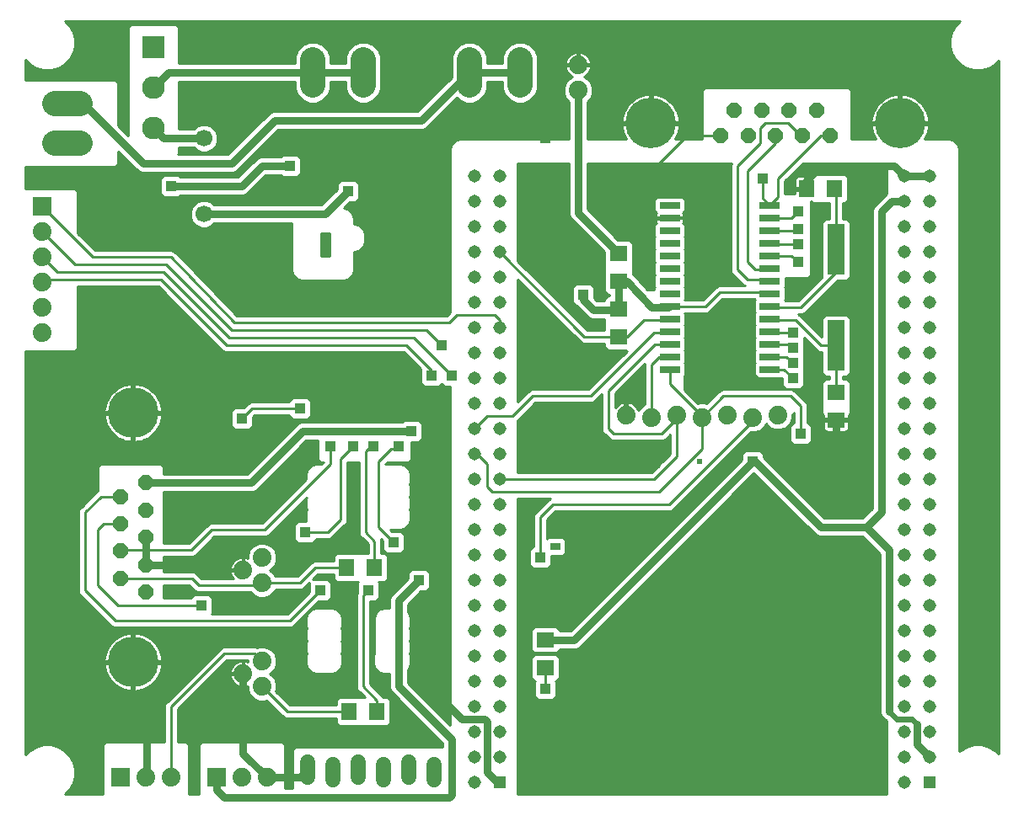
<source format=gbl>
G75*
G70*
%OFA0B0*%
%FSLAX24Y24*%
%IPPOS*%
%LPD*%
%AMOC8*
5,1,8,0,0,1.08239X$1,22.5*
%
%ADD10R,0.0200X0.0200*%
%ADD11R,0.0400X0.0300*%
%ADD12R,0.0515X0.0515*%
%ADD13C,0.0515*%
%ADD14C,0.0740*%
%ADD15R,0.0709X0.0630*%
%ADD16R,0.0900X0.0900*%
%ADD17C,0.0900*%
%ADD18C,0.1000*%
%ADD19OC8,0.0600*%
%ADD20C,0.2000*%
%ADD21R,0.0800X0.0260*%
%ADD22R,0.0700X0.2000*%
%ADD23R,0.0630X0.0709*%
%ADD24C,0.0600*%
%ADD25C,0.1004*%
%ADD26R,0.0740X0.0740*%
%ADD27C,0.0669*%
%ADD28R,0.0440X0.0440*%
%ADD29C,0.0300*%
%ADD30C,0.0240*%
%ADD31C,0.0100*%
%ADD32C,0.0160*%
D10*
X029438Y013912D03*
D11*
X023738Y010562D03*
D12*
X021538Y001212D03*
X038538Y001212D03*
D13*
X037538Y001212D03*
X037538Y002212D03*
X038538Y002212D03*
X038538Y003212D03*
X037538Y003212D03*
X037538Y004212D03*
X038538Y004212D03*
X038538Y005212D03*
X037538Y005212D03*
X037538Y006212D03*
X038538Y006212D03*
X038538Y007212D03*
X037538Y007212D03*
X037538Y008212D03*
X038538Y008212D03*
X038538Y009212D03*
X037538Y009212D03*
X037538Y010212D03*
X038538Y010212D03*
X038538Y011212D03*
X037538Y011212D03*
X037538Y012212D03*
X038538Y012212D03*
X038538Y013212D03*
X037538Y013212D03*
X037538Y014212D03*
X038538Y014212D03*
X038538Y015212D03*
X037538Y015212D03*
X037538Y016212D03*
X038538Y016212D03*
X038538Y017212D03*
X037538Y017212D03*
X037538Y018212D03*
X038538Y018212D03*
X038538Y019212D03*
X037538Y019212D03*
X037538Y020212D03*
X038538Y020212D03*
X038538Y021212D03*
X037538Y021212D03*
X037538Y022212D03*
X038538Y022212D03*
X038538Y023212D03*
X037538Y023212D03*
X037538Y024212D03*
X038538Y024212D03*
X038538Y025212D03*
X037538Y025212D03*
X021538Y025212D03*
X020538Y025212D03*
X020538Y024212D03*
X021538Y024212D03*
X021538Y023212D03*
X020538Y023212D03*
X020538Y022212D03*
X021538Y022212D03*
X021538Y021212D03*
X020538Y021212D03*
X020538Y020212D03*
X021538Y020212D03*
X021538Y019212D03*
X021538Y018212D03*
X020538Y018212D03*
X020538Y019212D03*
X020538Y017212D03*
X021538Y017212D03*
X021538Y016212D03*
X020538Y016212D03*
X020538Y015212D03*
X021538Y015212D03*
X021538Y014212D03*
X020538Y014212D03*
X020538Y013212D03*
X021538Y013212D03*
X021538Y012212D03*
X020538Y012212D03*
X020538Y011212D03*
X021538Y011212D03*
X021538Y010212D03*
X020538Y010212D03*
X020538Y009212D03*
X021538Y009212D03*
X021538Y008212D03*
X020538Y008212D03*
X020538Y007212D03*
X020538Y006212D03*
X021538Y006212D03*
X021538Y007212D03*
X021538Y005212D03*
X020538Y005212D03*
X020538Y004212D03*
X021538Y004212D03*
X021538Y003212D03*
X020538Y003212D03*
X020538Y002212D03*
X021538Y002212D03*
X020538Y001212D03*
D14*
X012338Y001412D03*
X011338Y001412D03*
X008538Y001412D03*
X007538Y001412D03*
X012138Y005012D03*
X011388Y005512D03*
X012138Y006012D03*
X012138Y009112D03*
X011388Y009612D03*
X012138Y010112D03*
X003438Y019012D03*
X003438Y020012D03*
X003438Y021012D03*
X003438Y022012D03*
X003438Y023012D03*
X024638Y028612D03*
X024638Y029612D03*
X026538Y015762D03*
X027538Y015662D03*
X028538Y015762D03*
X029538Y015662D03*
X030538Y015762D03*
X031538Y015662D03*
X032538Y015762D03*
D15*
X034838Y015561D03*
X034838Y016664D03*
X026238Y018861D03*
X026238Y019964D03*
X026238Y021061D03*
X026238Y022164D03*
X023338Y006864D03*
X023338Y005761D03*
D16*
X007838Y030312D03*
D17*
X007838Y028712D03*
X007838Y027112D03*
D18*
X014138Y028812D02*
X014138Y029812D01*
X016138Y029812D02*
X016138Y028812D01*
X020338Y028812D02*
X020338Y029812D01*
X022338Y029812D02*
X022338Y028812D01*
D19*
X030278Y026812D03*
X031358Y026812D03*
X030818Y027812D03*
X031898Y027812D03*
X032978Y027812D03*
X032438Y026812D03*
X033518Y026812D03*
X034598Y026812D03*
X034058Y027812D03*
X007538Y013072D03*
X006538Y012532D03*
X007538Y011992D03*
X006538Y011452D03*
X007538Y010912D03*
X006538Y010372D03*
X007538Y009832D03*
X006538Y009292D03*
X007538Y008752D03*
D20*
X007038Y005982D03*
X007038Y015842D03*
X027508Y027312D03*
X037368Y027312D03*
D21*
X032218Y024062D03*
X032218Y023562D03*
X032218Y023062D03*
X032218Y022562D03*
X032218Y022062D03*
X032218Y021562D03*
X032218Y021062D03*
X032218Y020562D03*
X032218Y020062D03*
X032218Y019562D03*
X032218Y019062D03*
X032218Y018562D03*
X032218Y018062D03*
X032218Y017562D03*
X028258Y017562D03*
X028258Y018062D03*
X028258Y018562D03*
X028258Y019062D03*
X028258Y019562D03*
X028258Y020062D03*
X028258Y020562D03*
X028258Y021062D03*
X028258Y021562D03*
X028258Y022062D03*
X028258Y022562D03*
X028258Y023062D03*
X028258Y023562D03*
X028258Y024062D03*
D22*
X034838Y022312D03*
X034838Y018512D03*
D23*
X034789Y024712D03*
X033687Y024712D03*
X016589Y009712D03*
X015487Y009712D03*
X015587Y004012D03*
X016689Y004012D03*
D24*
X016938Y001912D02*
X016938Y001312D01*
X015938Y001412D02*
X015938Y002012D01*
X014938Y001912D02*
X014938Y001312D01*
X013938Y001412D02*
X013938Y002012D01*
X017938Y002012D02*
X017938Y001412D01*
X018938Y001312D02*
X018938Y001912D01*
D25*
X004940Y026533D02*
X003936Y026533D01*
X003936Y028092D02*
X004940Y028092D01*
D26*
X003438Y024012D03*
X006538Y001412D03*
X010338Y001412D03*
D27*
X009838Y023712D03*
X009838Y026712D03*
D28*
X008538Y024812D03*
X008038Y023012D03*
X010238Y021112D03*
X010638Y017812D03*
X012938Y017812D03*
X013638Y016012D03*
X014938Y016012D03*
X014838Y014512D03*
X015738Y014512D03*
X016538Y014512D03*
X017538Y014512D03*
X018038Y015112D03*
X016538Y016012D03*
X018838Y017312D03*
X019638Y017312D03*
X019238Y018512D03*
X023438Y018912D03*
X024838Y020512D03*
X023538Y022212D03*
X025738Y024312D03*
X023338Y025112D03*
X023338Y026712D03*
X027538Y029112D03*
X031938Y025112D03*
X033338Y023812D03*
X033338Y023112D03*
X033338Y022512D03*
X033338Y021812D03*
X035938Y024112D03*
X040238Y026012D03*
X037338Y029112D03*
X040238Y021412D03*
X040238Y015712D03*
X035438Y013512D03*
X033438Y015012D03*
X031538Y013912D03*
X033138Y017212D03*
X033138Y017812D03*
X033138Y018412D03*
X033138Y019012D03*
X027238Y014212D03*
X026938Y016912D03*
X023438Y017512D03*
X023438Y015312D03*
X019038Y013312D03*
X019038Y011912D03*
X017338Y010712D03*
X017538Y009612D03*
X018338Y009212D03*
X016338Y008812D03*
X014438Y008812D03*
X013838Y010312D03*
X013838Y011112D03*
X011938Y012212D03*
X013238Y013312D03*
X011338Y014212D03*
X011338Y015612D03*
X008248Y017792D03*
X005438Y020212D03*
X003238Y017712D03*
X010038Y012212D03*
X010038Y010012D03*
X011238Y008312D03*
X009738Y008212D03*
X010438Y007012D03*
X011938Y007012D03*
X011838Y003812D03*
X009438Y003512D03*
X007588Y004152D03*
X005238Y001212D03*
X003338Y004312D03*
X014638Y003212D03*
X018438Y006612D03*
X019438Y005112D03*
X019438Y004212D03*
X023338Y004912D03*
X023238Y002512D03*
X023138Y010112D03*
X040238Y010412D03*
X040238Y004412D03*
X018138Y024712D03*
X018838Y026612D03*
X015538Y024612D03*
X014338Y026512D03*
X013238Y025612D03*
X018238Y029312D03*
X011138Y030412D03*
X009138Y030412D03*
X005638Y023612D03*
D29*
X007438Y025712D02*
X010938Y025712D01*
X012638Y027412D01*
X018438Y027412D01*
X020338Y029312D01*
X022338Y029312D01*
X024638Y028612D02*
X024638Y023764D01*
X026238Y022164D01*
X026238Y021061D02*
X026238Y019964D01*
X026187Y019912D01*
X025238Y019912D01*
X024838Y020312D01*
X024838Y020512D01*
X026589Y021061D02*
X027538Y020012D01*
X028208Y020012D01*
X033687Y025061D02*
X034238Y025612D01*
X037138Y025612D01*
X037538Y025212D01*
X038538Y025212D01*
X037538Y024212D02*
X037038Y024212D01*
X036638Y023812D01*
X036638Y011912D01*
X036038Y011312D01*
X034238Y011312D01*
X031638Y013912D01*
X031538Y013912D01*
X024489Y006864D01*
X023338Y006864D01*
X020938Y003712D02*
X020038Y003712D01*
X018438Y005312D01*
X018438Y006612D01*
X017538Y005012D02*
X017538Y008412D01*
X018338Y009212D01*
X017738Y009612D02*
X017538Y009612D01*
X017538Y005012D02*
X019638Y002912D01*
X019638Y000712D01*
X019538Y000612D01*
X010638Y000612D01*
X010338Y000912D01*
X010338Y001412D01*
X011388Y002362D02*
X012338Y001412D01*
X013638Y001412D01*
X013938Y001712D01*
X011388Y002362D02*
X011388Y005512D01*
X007588Y004152D02*
X007588Y001312D01*
X007538Y001312D01*
X007538Y009832D02*
X010038Y009832D01*
X007538Y009832D02*
X007538Y010912D01*
X007538Y013072D02*
X011698Y013072D01*
X013738Y015112D01*
X018038Y015112D01*
X014638Y023712D02*
X009838Y023712D01*
X008538Y024812D02*
X011338Y024812D01*
X012138Y025612D01*
X013238Y025612D01*
X014638Y023712D02*
X015538Y024612D01*
X016238Y029312D02*
X014138Y029312D01*
X008438Y029312D01*
X007838Y028712D01*
X007838Y027112D02*
X008238Y026712D01*
X009838Y026712D01*
X007438Y025712D02*
X005059Y028092D01*
X004438Y028092D01*
X020938Y003712D02*
X021038Y003612D01*
X021038Y001612D01*
X021438Y001212D01*
X021538Y001212D01*
X036038Y011312D02*
X036938Y010412D01*
X036938Y004012D01*
X038038Y003512D02*
X038038Y002712D01*
X038538Y002212D01*
X035438Y013512D02*
X034838Y014112D01*
X034838Y015561D01*
D30*
X036938Y004012D02*
X037238Y003712D01*
X037838Y003712D01*
X038038Y003512D01*
D31*
X002788Y002318D02*
X002788Y018302D01*
X004725Y018302D01*
X004848Y018425D01*
X004848Y020852D01*
X008031Y020852D01*
X010518Y018365D01*
X010591Y018292D01*
X010687Y018252D01*
X017731Y018252D01*
X018408Y017575D01*
X018408Y017005D01*
X018531Y016882D01*
X019145Y016882D01*
X019238Y016975D01*
X019331Y016882D01*
X019563Y016882D01*
X019563Y003496D01*
X017898Y005162D01*
X017898Y005685D01*
X017924Y005711D01*
X017993Y005876D01*
X017993Y006248D01*
X017966Y006312D01*
X017993Y006376D01*
X017993Y006748D01*
X017966Y006812D01*
X017993Y006876D01*
X017993Y007248D01*
X017966Y007312D01*
X017993Y007376D01*
X017993Y007748D01*
X017924Y007914D01*
X017898Y007940D01*
X017898Y008263D01*
X018417Y008782D01*
X018645Y008782D01*
X018768Y008905D01*
X018768Y009519D01*
X018645Y009642D01*
X018031Y009642D01*
X017908Y009519D01*
X017908Y009291D01*
X017334Y008718D01*
X017233Y008616D01*
X017178Y008484D01*
X017178Y008109D01*
X016922Y008109D01*
X016756Y008040D01*
X016630Y007914D01*
X016561Y007748D01*
X016561Y007376D01*
X016588Y007312D01*
X016561Y007248D01*
X016561Y006876D01*
X016588Y006812D01*
X016561Y006748D01*
X016561Y006376D01*
X016583Y006324D01*
X016551Y006248D01*
X016551Y005876D01*
X016620Y005711D01*
X016746Y005584D01*
X016912Y005516D01*
X017178Y005516D01*
X017178Y004941D01*
X017233Y004809D01*
X017334Y004707D01*
X019278Y002763D01*
X019278Y002622D01*
X013451Y002622D01*
X013328Y002499D01*
X013328Y000972D01*
X013048Y000972D01*
X013048Y002699D01*
X012925Y002822D01*
X009751Y002822D01*
X009628Y002699D01*
X009628Y000762D01*
X009248Y000762D01*
X009248Y002699D01*
X009125Y002822D01*
X008798Y002822D01*
X008798Y004105D01*
X010746Y006052D01*
X011558Y006052D01*
X011558Y006004D01*
X011510Y006020D01*
X011429Y006032D01*
X011418Y006032D01*
X011418Y005543D01*
X011358Y005543D01*
X011358Y006032D01*
X011347Y006032D01*
X011266Y006020D01*
X011189Y005994D01*
X011116Y005957D01*
X011049Y005909D01*
X010992Y005851D01*
X010944Y005785D01*
X010906Y005712D01*
X010881Y005634D01*
X010868Y005553D01*
X010868Y005542D01*
X011358Y005542D01*
X011358Y005482D01*
X011418Y005482D01*
X011418Y004992D01*
X011429Y004992D01*
X011510Y005005D01*
X011558Y005021D01*
X011558Y004897D01*
X011647Y004684D01*
X011810Y004521D01*
X012023Y004432D01*
X012254Y004432D01*
X012322Y004461D01*
X012991Y003792D01*
X013087Y003752D01*
X013190Y003752D01*
X015062Y003752D01*
X015062Y003571D01*
X015185Y003448D01*
X015806Y003448D01*
X015811Y003442D01*
X016445Y003442D01*
X016451Y003448D01*
X017091Y003448D01*
X017214Y003571D01*
X017214Y004454D01*
X017091Y004577D01*
X016923Y004577D01*
X016910Y004609D01*
X016398Y005120D01*
X016398Y008382D01*
X016645Y008382D01*
X016768Y008505D01*
X016768Y009119D01*
X016739Y009148D01*
X016991Y009148D01*
X017114Y009271D01*
X017114Y010154D01*
X016991Y010277D01*
X016849Y010277D01*
X016849Y010710D01*
X016849Y010813D01*
X016835Y010848D01*
X016908Y010775D01*
X016908Y010405D01*
X017031Y010282D01*
X017645Y010282D01*
X017768Y010405D01*
X017768Y011019D01*
X017645Y011142D01*
X017276Y011142D01*
X017202Y011216D01*
X017632Y011216D01*
X017797Y011284D01*
X017924Y011411D01*
X017993Y011576D01*
X017993Y011948D01*
X017966Y012012D01*
X017993Y012076D01*
X017993Y012448D01*
X017966Y012512D01*
X017993Y012576D01*
X017993Y012948D01*
X017966Y013012D01*
X017993Y013076D01*
X017993Y013448D01*
X017924Y013614D01*
X017797Y013740D01*
X017632Y013809D01*
X017002Y013809D01*
X017096Y013902D01*
X017925Y013902D01*
X018048Y014025D01*
X018048Y014682D01*
X018345Y014682D01*
X018468Y014805D01*
X018468Y015419D01*
X018345Y015542D01*
X017731Y015542D01*
X017661Y015472D01*
X013667Y015472D01*
X013534Y015418D01*
X013433Y015316D01*
X011549Y013432D01*
X008248Y013432D01*
X008248Y013699D01*
X008125Y013822D01*
X005751Y013822D01*
X005628Y013699D01*
X005628Y012760D01*
X005611Y012753D01*
X004991Y012133D01*
X004918Y012060D01*
X004878Y011964D01*
X004878Y008864D01*
X004878Y008761D01*
X004918Y008665D01*
X006118Y007465D01*
X006191Y007392D01*
X006287Y007352D01*
X013187Y007352D01*
X013290Y007352D01*
X013386Y007392D01*
X014376Y008382D01*
X014745Y008382D01*
X014868Y008505D01*
X014868Y009119D01*
X014745Y009242D01*
X014136Y009242D01*
X014346Y009452D01*
X014962Y009452D01*
X014962Y009271D01*
X015085Y009148D01*
X015706Y009148D01*
X015711Y009142D01*
X015931Y009142D01*
X015908Y009119D01*
X015908Y008737D01*
X015878Y008664D01*
X015878Y008561D01*
X015878Y004961D01*
X015918Y004865D01*
X015991Y004792D01*
X016201Y004582D01*
X015811Y004582D01*
X015806Y004577D01*
X015185Y004577D01*
X015062Y004454D01*
X015062Y004272D01*
X013246Y004272D01*
X012690Y004829D01*
X012718Y004897D01*
X012718Y005128D01*
X012630Y005341D01*
X012467Y005504D01*
X012447Y005512D01*
X012467Y005521D01*
X012630Y005684D01*
X012718Y005897D01*
X012718Y006128D01*
X012630Y006341D01*
X012467Y006504D01*
X012254Y006592D01*
X012023Y006592D01*
X011932Y006555D01*
X011890Y006572D01*
X010690Y006572D01*
X010587Y006572D01*
X010491Y006533D01*
X008391Y004433D01*
X008318Y004360D01*
X008278Y004264D01*
X008278Y002822D01*
X005951Y002822D01*
X005828Y002699D01*
X005828Y000762D01*
X004344Y000762D01*
X004518Y000937D01*
X004663Y001188D01*
X004738Y001468D01*
X004738Y001757D01*
X004663Y002037D01*
X004518Y002288D01*
X004314Y002493D01*
X004063Y002637D01*
X003783Y002712D01*
X003493Y002712D01*
X003214Y002637D01*
X002963Y002493D01*
X002788Y002318D01*
X002788Y002382D02*
X002852Y002382D01*
X002788Y002480D02*
X002951Y002480D01*
X003112Y002579D02*
X002788Y002579D01*
X002788Y002677D02*
X003363Y002677D01*
X003913Y002677D02*
X005828Y002677D01*
X005828Y002579D02*
X004164Y002579D01*
X004326Y002480D02*
X005828Y002480D01*
X005828Y002382D02*
X004424Y002382D01*
X004521Y002283D02*
X005828Y002283D01*
X005828Y002185D02*
X004578Y002185D01*
X004635Y002086D02*
X005828Y002086D01*
X005828Y001988D02*
X004676Y001988D01*
X004703Y001889D02*
X005828Y001889D01*
X005828Y001791D02*
X004729Y001791D01*
X004738Y001692D02*
X005828Y001692D01*
X005828Y001594D02*
X004738Y001594D01*
X004738Y001495D02*
X005828Y001495D01*
X005828Y001396D02*
X004719Y001396D01*
X004693Y001298D02*
X005828Y001298D01*
X005828Y001199D02*
X004666Y001199D01*
X004613Y001101D02*
X005828Y001101D01*
X005828Y001002D02*
X004556Y001002D01*
X004485Y000904D02*
X005828Y000904D01*
X005828Y000805D02*
X004387Y000805D01*
X005905Y002776D02*
X002788Y002776D01*
X002788Y002875D02*
X008278Y002875D01*
X008278Y002973D02*
X002788Y002973D01*
X002788Y003072D02*
X008278Y003072D01*
X008278Y003170D02*
X002788Y003170D01*
X002788Y003269D02*
X008278Y003269D01*
X008278Y003367D02*
X002788Y003367D01*
X002788Y003466D02*
X008278Y003466D01*
X008278Y003564D02*
X002788Y003564D01*
X002788Y003663D02*
X008278Y003663D01*
X008278Y003761D02*
X002788Y003761D01*
X002788Y003860D02*
X008278Y003860D01*
X008278Y003959D02*
X002788Y003959D01*
X002788Y004057D02*
X008278Y004057D01*
X008278Y004156D02*
X002788Y004156D01*
X002788Y004254D02*
X008278Y004254D01*
X008315Y004353D02*
X002788Y004353D01*
X002788Y004451D02*
X008409Y004451D01*
X008508Y004550D02*
X002788Y004550D01*
X002788Y004648D02*
X008606Y004648D01*
X008705Y004747D02*
X002788Y004747D01*
X002788Y004845D02*
X006858Y004845D01*
X006845Y004847D02*
X006974Y004832D01*
X006988Y004832D01*
X006988Y005932D01*
X007088Y005932D01*
X007088Y004832D01*
X007103Y004832D01*
X007231Y004847D01*
X007357Y004876D01*
X007479Y004918D01*
X007595Y004974D01*
X007705Y005043D01*
X007806Y005124D01*
X007897Y005215D01*
X007978Y005316D01*
X008046Y005425D01*
X008102Y005542D01*
X008145Y005664D01*
X008174Y005789D01*
X008188Y005918D01*
X008188Y005932D01*
X007088Y005932D01*
X007088Y006032D01*
X008188Y006032D01*
X008188Y006047D01*
X008174Y006175D01*
X008145Y006301D01*
X008102Y006423D01*
X008046Y006540D01*
X007978Y006649D01*
X007897Y006750D01*
X007806Y006841D01*
X007705Y006922D01*
X007595Y006991D01*
X007479Y007047D01*
X007357Y007089D01*
X007231Y007118D01*
X007103Y007132D01*
X007088Y007132D01*
X007088Y006033D01*
X006988Y006033D01*
X006988Y007132D01*
X006974Y007132D01*
X006845Y007118D01*
X006719Y007089D01*
X006597Y007047D01*
X006481Y006991D01*
X006372Y006922D01*
X006271Y006841D01*
X006179Y006750D01*
X006099Y006649D01*
X006030Y006540D01*
X005974Y006423D01*
X005931Y006301D01*
X005903Y006175D01*
X005888Y006047D01*
X005888Y006032D01*
X006988Y006032D01*
X006988Y005932D01*
X005888Y005932D01*
X005888Y005918D01*
X005903Y005789D01*
X005931Y005664D01*
X005974Y005542D01*
X006030Y005425D01*
X006099Y005316D01*
X006179Y005215D01*
X006271Y005124D01*
X006372Y005043D01*
X006481Y004974D01*
X006597Y004918D01*
X006719Y004876D01*
X006845Y004847D01*
X006988Y004845D02*
X007088Y004845D01*
X007088Y004944D02*
X006988Y004944D01*
X006988Y005043D02*
X007088Y005043D01*
X007088Y005141D02*
X006988Y005141D01*
X006988Y005240D02*
X007088Y005240D01*
X007088Y005338D02*
X006988Y005338D01*
X006988Y005437D02*
X007088Y005437D01*
X007088Y005535D02*
X006988Y005535D01*
X006988Y005634D02*
X007088Y005634D01*
X007088Y005732D02*
X006988Y005732D01*
X006988Y005831D02*
X007088Y005831D01*
X007088Y005929D02*
X006988Y005929D01*
X006988Y006028D02*
X002788Y006028D01*
X002788Y006126D02*
X005897Y006126D01*
X005914Y006225D02*
X002788Y006225D01*
X002788Y006324D02*
X005939Y006324D01*
X005974Y006422D02*
X002788Y006422D01*
X002788Y006521D02*
X006021Y006521D01*
X006080Y006619D02*
X002788Y006619D01*
X002788Y006718D02*
X006154Y006718D01*
X006246Y006816D02*
X002788Y006816D01*
X002788Y006915D02*
X006363Y006915D01*
X006529Y007013D02*
X002788Y007013D01*
X002788Y007112D02*
X006819Y007112D01*
X006988Y007112D02*
X007088Y007112D01*
X007088Y007013D02*
X006988Y007013D01*
X006988Y006915D02*
X007088Y006915D01*
X007088Y006816D02*
X006988Y006816D01*
X006988Y006718D02*
X007088Y006718D01*
X007088Y006619D02*
X006988Y006619D01*
X006988Y006521D02*
X007088Y006521D01*
X007088Y006422D02*
X006988Y006422D01*
X006988Y006324D02*
X007088Y006324D01*
X007088Y006225D02*
X006988Y006225D01*
X006988Y006126D02*
X007088Y006126D01*
X007088Y006028D02*
X009986Y006028D01*
X009888Y005929D02*
X008188Y005929D01*
X008178Y005831D02*
X009789Y005831D01*
X009690Y005732D02*
X008161Y005732D01*
X008135Y005634D02*
X009592Y005634D01*
X009493Y005535D02*
X008099Y005535D01*
X008052Y005437D02*
X009395Y005437D01*
X009296Y005338D02*
X007992Y005338D01*
X007917Y005240D02*
X009198Y005240D01*
X009099Y005141D02*
X007823Y005141D01*
X007704Y005043D02*
X009001Y005043D01*
X008902Y004944D02*
X007532Y004944D01*
X007218Y004845D02*
X008804Y004845D01*
X009243Y004550D02*
X011781Y004550D01*
X011682Y004648D02*
X009342Y004648D01*
X009440Y004747D02*
X011620Y004747D01*
X011580Y004845D02*
X009539Y004845D01*
X009637Y004944D02*
X011558Y004944D01*
X011418Y005043D02*
X011358Y005043D01*
X011358Y004992D02*
X011358Y005482D01*
X010868Y005482D01*
X010868Y005471D01*
X010881Y005391D01*
X010906Y005313D01*
X010944Y005240D01*
X009933Y005240D01*
X010032Y005338D02*
X010898Y005338D01*
X010874Y005437D02*
X010130Y005437D01*
X010229Y005535D02*
X011358Y005535D01*
X011358Y005437D02*
X011418Y005437D01*
X011418Y005338D02*
X011358Y005338D01*
X011358Y005240D02*
X011418Y005240D01*
X011418Y005141D02*
X011358Y005141D01*
X011347Y004992D02*
X011358Y004992D01*
X011347Y004992D02*
X011266Y005005D01*
X011189Y005031D01*
X011116Y005068D01*
X011049Y005116D01*
X010992Y005174D01*
X010944Y005240D01*
X011024Y005141D02*
X009835Y005141D01*
X009736Y005043D02*
X011165Y005043D01*
X011358Y005634D02*
X011418Y005634D01*
X011418Y005732D02*
X011358Y005732D01*
X011358Y005831D02*
X011418Y005831D01*
X011418Y005929D02*
X011358Y005929D01*
X011358Y006028D02*
X011418Y006028D01*
X011457Y006028D02*
X011558Y006028D01*
X011319Y006028D02*
X010721Y006028D01*
X010623Y005929D02*
X011078Y005929D01*
X010977Y005831D02*
X010524Y005831D01*
X010426Y005732D02*
X010917Y005732D01*
X010881Y005634D02*
X010327Y005634D01*
X010085Y006126D02*
X008179Y006126D01*
X008162Y006225D02*
X010183Y006225D01*
X010282Y006324D02*
X008137Y006324D01*
X008103Y006422D02*
X010380Y006422D01*
X010479Y006521D02*
X008055Y006521D01*
X007996Y006619D02*
X013874Y006619D01*
X013874Y006521D02*
X012427Y006521D01*
X012549Y006422D02*
X013874Y006422D01*
X013874Y006376D02*
X013901Y006312D01*
X013874Y006248D01*
X013874Y005876D01*
X013943Y005711D01*
X014069Y005584D01*
X014235Y005516D01*
X014955Y005516D01*
X015120Y005584D01*
X015247Y005711D01*
X015315Y005876D01*
X015315Y006248D01*
X015284Y006324D01*
X015306Y006376D01*
X015306Y006748D01*
X015284Y006801D01*
X015315Y006876D01*
X015315Y007248D01*
X015289Y007312D01*
X015315Y007376D01*
X015315Y007748D01*
X015247Y007914D01*
X015120Y008040D01*
X014955Y008109D01*
X014235Y008109D01*
X014069Y008040D01*
X013943Y007914D01*
X013874Y007748D01*
X013874Y007376D01*
X013901Y007312D01*
X013874Y007248D01*
X013874Y006876D01*
X013901Y006812D01*
X013874Y006748D01*
X013874Y006376D01*
X013896Y006324D02*
X012637Y006324D01*
X012678Y006225D02*
X013874Y006225D01*
X013874Y006126D02*
X012718Y006126D01*
X012718Y006028D02*
X013874Y006028D01*
X013874Y005929D02*
X012718Y005929D01*
X012691Y005831D02*
X013893Y005831D01*
X013934Y005732D02*
X012650Y005732D01*
X012580Y005634D02*
X014020Y005634D01*
X014188Y005535D02*
X012481Y005535D01*
X012534Y005437D02*
X015878Y005437D01*
X015878Y005535D02*
X015001Y005535D01*
X015170Y005634D02*
X015878Y005634D01*
X015878Y005732D02*
X015256Y005732D01*
X015296Y005831D02*
X015878Y005831D01*
X015878Y005929D02*
X015315Y005929D01*
X015315Y006028D02*
X015878Y006028D01*
X015878Y006126D02*
X015315Y006126D01*
X015315Y006225D02*
X015878Y006225D01*
X015878Y006324D02*
X015284Y006324D01*
X015306Y006422D02*
X015878Y006422D01*
X015878Y006521D02*
X015306Y006521D01*
X015306Y006619D02*
X015878Y006619D01*
X015878Y006718D02*
X015306Y006718D01*
X015290Y006816D02*
X015878Y006816D01*
X015878Y006915D02*
X015315Y006915D01*
X015315Y007013D02*
X015878Y007013D01*
X015878Y007112D02*
X015315Y007112D01*
X015315Y007210D02*
X015878Y007210D01*
X015878Y007309D02*
X015290Y007309D01*
X015315Y007408D02*
X015878Y007408D01*
X015878Y007506D02*
X015315Y007506D01*
X015315Y007605D02*
X015878Y007605D01*
X015878Y007703D02*
X015315Y007703D01*
X015293Y007802D02*
X015878Y007802D01*
X015878Y007900D02*
X015253Y007900D01*
X015162Y007999D02*
X015878Y007999D01*
X015878Y008097D02*
X014983Y008097D01*
X014756Y008393D02*
X015878Y008393D01*
X015878Y008492D02*
X014854Y008492D01*
X014868Y008590D02*
X015878Y008590D01*
X015888Y008689D02*
X014868Y008689D01*
X014868Y008787D02*
X015908Y008787D01*
X015908Y008886D02*
X014868Y008886D01*
X014868Y008984D02*
X015908Y008984D01*
X015908Y009083D02*
X014868Y009083D01*
X014806Y009181D02*
X015052Y009181D01*
X014962Y009280D02*
X014173Y009280D01*
X014272Y009378D02*
X014962Y009378D01*
X015487Y009712D02*
X014238Y009712D01*
X013638Y009112D01*
X012138Y009112D01*
X012038Y009012D01*
X009638Y009012D01*
X009358Y009292D01*
X006538Y009292D01*
X005638Y009012D02*
X006438Y008212D01*
X009738Y008212D01*
X010168Y008196D02*
X013454Y008196D01*
X013553Y008294D02*
X010168Y008294D01*
X010168Y008393D02*
X013651Y008393D01*
X013750Y008492D02*
X010168Y008492D01*
X010168Y008519D02*
X010045Y008642D01*
X009431Y008642D01*
X009311Y008522D01*
X008248Y008522D01*
X008248Y009032D01*
X009251Y009032D01*
X009418Y008865D01*
X009491Y008792D01*
X009587Y008752D01*
X011678Y008752D01*
X011810Y008621D01*
X012023Y008532D01*
X012254Y008532D01*
X012467Y008621D01*
X012630Y008784D01*
X012658Y008852D01*
X013587Y008852D01*
X013690Y008852D01*
X013786Y008892D01*
X014008Y009115D01*
X014008Y008750D01*
X013131Y007872D01*
X010135Y007872D01*
X010168Y007905D01*
X010168Y008519D01*
X010098Y008590D02*
X011884Y008590D01*
X011742Y008689D02*
X008248Y008689D01*
X008248Y008787D02*
X009503Y008787D01*
X009397Y008886D02*
X008248Y008886D01*
X008248Y008984D02*
X009299Y008984D01*
X009379Y008590D02*
X008248Y008590D01*
X008248Y009552D02*
X008248Y010152D01*
X009390Y010152D01*
X009486Y010192D01*
X009559Y010265D01*
X011574Y010265D01*
X011558Y010228D02*
X011558Y010104D01*
X011510Y010120D01*
X011429Y010132D01*
X011418Y010132D01*
X011418Y009643D01*
X011358Y009643D01*
X011358Y010132D01*
X011347Y010132D01*
X011266Y010120D01*
X011189Y010094D01*
X011116Y010057D01*
X011049Y010009D01*
X010992Y009951D01*
X010944Y009885D01*
X010906Y009812D01*
X010881Y009734D01*
X010868Y009653D01*
X010868Y009642D01*
X011358Y009642D01*
X011358Y009582D01*
X010868Y009582D01*
X010868Y009571D01*
X010881Y009491D01*
X010906Y009413D01*
X010944Y009340D01*
X010992Y009274D01*
X010993Y009272D01*
X009746Y009272D01*
X009506Y009513D01*
X009410Y009552D01*
X009307Y009552D01*
X008248Y009552D01*
X008248Y009576D02*
X010868Y009576D01*
X010872Y009674D02*
X008248Y009674D01*
X008248Y009773D02*
X010894Y009773D01*
X010936Y009871D02*
X008248Y009871D01*
X008248Y009970D02*
X011010Y009970D01*
X011137Y010068D02*
X008248Y010068D01*
X008248Y010672D02*
X008248Y012712D01*
X011627Y012712D01*
X011770Y012712D01*
X011902Y012767D01*
X013887Y014752D01*
X014328Y014752D01*
X014328Y014025D01*
X014451Y013902D01*
X014561Y013902D01*
X014467Y013809D01*
X014235Y013809D01*
X014069Y013740D01*
X013943Y013614D01*
X013874Y013448D01*
X013874Y013216D01*
X012131Y011472D01*
X010190Y011472D01*
X010087Y011472D01*
X009991Y011433D01*
X009231Y010672D01*
X008248Y010672D01*
X008248Y010758D02*
X009316Y010758D01*
X009415Y010857D02*
X008248Y010857D01*
X008248Y010955D02*
X009513Y010955D01*
X009612Y011054D02*
X008248Y011054D01*
X008248Y011152D02*
X009710Y011152D01*
X009809Y011251D02*
X008248Y011251D01*
X008248Y011349D02*
X009907Y011349D01*
X010027Y011448D02*
X008248Y011448D01*
X008248Y011546D02*
X012205Y011546D01*
X012303Y011645D02*
X008248Y011645D01*
X008248Y011743D02*
X012402Y011743D01*
X012500Y011842D02*
X008248Y011842D01*
X008248Y011941D02*
X012599Y011941D01*
X012697Y012039D02*
X008248Y012039D01*
X008248Y012138D02*
X012796Y012138D01*
X012894Y012236D02*
X008248Y012236D01*
X008248Y012335D02*
X012993Y012335D01*
X013091Y012433D02*
X008248Y012433D01*
X008248Y012532D02*
X013190Y012532D01*
X013289Y012630D02*
X008248Y012630D01*
X008248Y013517D02*
X011634Y013517D01*
X011733Y013616D02*
X008248Y013616D01*
X008233Y013714D02*
X011831Y013714D01*
X011930Y013813D02*
X008135Y013813D01*
X007479Y014778D02*
X007357Y014736D01*
X007231Y014707D01*
X007103Y014692D01*
X007088Y014692D01*
X007088Y015792D01*
X006988Y015792D01*
X006988Y014692D01*
X006974Y014692D01*
X006845Y014707D01*
X006719Y014736D01*
X006597Y014778D01*
X006481Y014834D01*
X006372Y014903D01*
X006271Y014984D01*
X006179Y015075D01*
X006099Y015176D01*
X006030Y015285D01*
X005974Y015402D01*
X005931Y015524D01*
X005903Y015649D01*
X005888Y015778D01*
X005888Y015792D01*
X006988Y015792D01*
X006988Y015892D01*
X005888Y015892D01*
X005888Y015907D01*
X005903Y016035D01*
X005931Y016161D01*
X005974Y016283D01*
X006030Y016400D01*
X006099Y016509D01*
X006179Y016610D01*
X006271Y016701D01*
X006372Y016782D01*
X006481Y016851D01*
X006597Y016907D01*
X006719Y016949D01*
X006845Y016978D01*
X006974Y016992D01*
X006988Y016992D01*
X006988Y015893D01*
X007088Y015893D01*
X007088Y016992D01*
X007103Y016992D01*
X007231Y016978D01*
X007357Y016949D01*
X007479Y016907D01*
X007595Y016851D01*
X007705Y016782D01*
X007806Y016701D01*
X007897Y016610D01*
X007978Y016509D01*
X008046Y016400D01*
X008102Y016283D01*
X008145Y016161D01*
X008174Y016035D01*
X008188Y015907D01*
X008188Y015892D01*
X007088Y015892D01*
X007088Y015792D01*
X008188Y015792D01*
X008188Y015778D01*
X008174Y015649D01*
X008145Y015524D01*
X008102Y015402D01*
X008046Y015285D01*
X007978Y015176D01*
X007897Y015075D01*
X007806Y014984D01*
X007705Y014903D01*
X007595Y014834D01*
X007479Y014778D01*
X007521Y014798D02*
X012915Y014798D01*
X012816Y014700D02*
X007168Y014700D01*
X007088Y014700D02*
X006988Y014700D01*
X006909Y014700D02*
X002788Y014700D01*
X002788Y014798D02*
X006556Y014798D01*
X006382Y014897D02*
X002788Y014897D01*
X002788Y014995D02*
X006259Y014995D01*
X006164Y015094D02*
X002788Y015094D01*
X002788Y015192D02*
X006088Y015192D01*
X006027Y015291D02*
X002788Y015291D01*
X002788Y015390D02*
X005980Y015390D01*
X005944Y015488D02*
X002788Y015488D01*
X002788Y015587D02*
X005917Y015587D01*
X005899Y015685D02*
X002788Y015685D01*
X002788Y015784D02*
X005888Y015784D01*
X005897Y015981D02*
X002788Y015981D01*
X002788Y016079D02*
X005913Y016079D01*
X005937Y016178D02*
X002788Y016178D01*
X002788Y016276D02*
X005972Y016276D01*
X006018Y016375D02*
X002788Y016375D01*
X002788Y016474D02*
X006077Y016474D01*
X006149Y016572D02*
X002788Y016572D01*
X002788Y016671D02*
X006240Y016671D01*
X006356Y016769D02*
X002788Y016769D01*
X002788Y016868D02*
X006517Y016868D01*
X006794Y016966D02*
X002788Y016966D01*
X002788Y017065D02*
X018408Y017065D01*
X018408Y017163D02*
X002788Y017163D01*
X002788Y017262D02*
X018408Y017262D01*
X018408Y017360D02*
X002788Y017360D01*
X002788Y017459D02*
X018408Y017459D01*
X018408Y017558D02*
X002788Y017558D01*
X002788Y017656D02*
X018327Y017656D01*
X018228Y017755D02*
X002788Y017755D01*
X002788Y017853D02*
X018130Y017853D01*
X018031Y017952D02*
X002788Y017952D01*
X002788Y018050D02*
X017933Y018050D01*
X017834Y018149D02*
X002788Y018149D01*
X002788Y018247D02*
X017736Y018247D01*
X017838Y018512D02*
X018838Y017512D01*
X018838Y017312D01*
X018447Y016966D02*
X007282Y016966D01*
X007088Y016966D02*
X006988Y016966D01*
X006988Y016868D02*
X007088Y016868D01*
X007088Y016769D02*
X006988Y016769D01*
X006988Y016671D02*
X007088Y016671D01*
X007088Y016572D02*
X006988Y016572D01*
X006988Y016474D02*
X007088Y016474D01*
X007088Y016375D02*
X006988Y016375D01*
X006988Y016276D02*
X007088Y016276D01*
X007088Y016178D02*
X006988Y016178D01*
X006988Y016079D02*
X007088Y016079D01*
X007088Y015981D02*
X006988Y015981D01*
X006988Y015882D02*
X002788Y015882D01*
X002788Y014601D02*
X012718Y014601D01*
X012619Y014503D02*
X002788Y014503D01*
X002788Y014404D02*
X012521Y014404D01*
X012422Y014306D02*
X002788Y014306D01*
X002788Y014207D02*
X012324Y014207D01*
X012225Y014109D02*
X002788Y014109D01*
X002788Y014010D02*
X012127Y014010D01*
X012028Y013911D02*
X002788Y013911D01*
X002788Y013813D02*
X005742Y013813D01*
X005643Y013714D02*
X002788Y013714D01*
X002788Y013616D02*
X005628Y013616D01*
X005628Y013517D02*
X002788Y013517D01*
X002788Y013419D02*
X005628Y013419D01*
X005628Y013320D02*
X002788Y013320D01*
X002788Y013222D02*
X005628Y013222D01*
X005628Y013123D02*
X002788Y013123D01*
X002788Y013025D02*
X005628Y013025D01*
X005628Y012926D02*
X002788Y012926D01*
X002788Y012827D02*
X005628Y012827D01*
X005587Y012729D02*
X002788Y012729D01*
X002788Y012630D02*
X005489Y012630D01*
X005390Y012532D02*
X002788Y012532D01*
X002788Y012433D02*
X005291Y012433D01*
X005193Y012335D02*
X002788Y012335D01*
X002788Y012236D02*
X005094Y012236D01*
X004996Y012138D02*
X002788Y012138D01*
X002788Y012039D02*
X004909Y012039D01*
X004878Y011941D02*
X002788Y011941D01*
X002788Y011842D02*
X004878Y011842D01*
X004878Y011743D02*
X002788Y011743D01*
X002788Y011645D02*
X004878Y011645D01*
X004878Y011546D02*
X002788Y011546D01*
X002788Y011448D02*
X004878Y011448D01*
X004878Y011349D02*
X002788Y011349D01*
X002788Y011251D02*
X004878Y011251D01*
X004878Y011152D02*
X002788Y011152D01*
X002788Y011054D02*
X004878Y011054D01*
X004878Y010955D02*
X002788Y010955D01*
X002788Y010857D02*
X004878Y010857D01*
X004878Y010758D02*
X002788Y010758D01*
X002788Y010659D02*
X004878Y010659D01*
X004878Y010561D02*
X002788Y010561D01*
X002788Y010462D02*
X004878Y010462D01*
X004878Y010364D02*
X002788Y010364D01*
X002788Y010265D02*
X004878Y010265D01*
X004878Y010167D02*
X002788Y010167D01*
X002788Y010068D02*
X004878Y010068D01*
X004878Y009970D02*
X002788Y009970D01*
X002788Y009871D02*
X004878Y009871D01*
X004878Y009773D02*
X002788Y009773D01*
X002788Y009674D02*
X004878Y009674D01*
X004878Y009576D02*
X002788Y009576D01*
X002788Y009477D02*
X004878Y009477D01*
X004878Y009378D02*
X002788Y009378D01*
X002788Y009280D02*
X004878Y009280D01*
X004878Y009181D02*
X002788Y009181D01*
X002788Y009083D02*
X004878Y009083D01*
X004878Y008984D02*
X002788Y008984D01*
X002788Y008886D02*
X004878Y008886D01*
X004878Y008787D02*
X002788Y008787D01*
X002788Y008689D02*
X004908Y008689D01*
X004993Y008590D02*
X002788Y008590D01*
X002788Y008492D02*
X005091Y008492D01*
X005190Y008393D02*
X002788Y008393D01*
X002788Y008294D02*
X005289Y008294D01*
X005387Y008196D02*
X002788Y008196D01*
X002788Y008097D02*
X005486Y008097D01*
X005584Y007999D02*
X002788Y007999D01*
X002788Y007900D02*
X005683Y007900D01*
X005781Y007802D02*
X002788Y007802D01*
X002788Y007703D02*
X005880Y007703D01*
X005978Y007605D02*
X002788Y007605D01*
X002788Y007506D02*
X006077Y007506D01*
X006175Y007408D02*
X002788Y007408D01*
X002788Y007309D02*
X013899Y007309D01*
X013874Y007408D02*
X013401Y007408D01*
X013500Y007506D02*
X013874Y007506D01*
X013874Y007605D02*
X013598Y007605D01*
X013697Y007703D02*
X013874Y007703D01*
X013896Y007802D02*
X013795Y007802D01*
X013894Y007900D02*
X013937Y007900D01*
X013992Y007999D02*
X014028Y007999D01*
X014091Y008097D02*
X014207Y008097D01*
X014189Y008196D02*
X015878Y008196D01*
X015878Y008294D02*
X014288Y008294D01*
X013947Y008689D02*
X012535Y008689D01*
X012631Y008787D02*
X014008Y008787D01*
X014008Y008886D02*
X013770Y008886D01*
X013878Y008984D02*
X014008Y008984D01*
X014008Y009083D02*
X013976Y009083D01*
X013848Y008590D02*
X012393Y008590D01*
X012658Y009372D02*
X012630Y009441D01*
X012467Y009604D01*
X012447Y009612D01*
X012467Y009621D01*
X012630Y009784D01*
X012718Y009997D01*
X012718Y010228D01*
X012630Y010441D01*
X012467Y010604D01*
X012254Y010692D01*
X012023Y010692D01*
X011810Y010604D01*
X011647Y010441D01*
X011558Y010228D01*
X011558Y010167D02*
X009425Y010167D01*
X009559Y010265D02*
X010246Y010952D01*
X012290Y010952D01*
X012386Y010992D01*
X012459Y011065D01*
X013897Y012503D01*
X013874Y012448D01*
X013874Y012076D01*
X013901Y012012D01*
X013874Y011948D01*
X013874Y011576D01*
X013888Y011542D01*
X013531Y011542D01*
X013408Y011419D01*
X013408Y010805D01*
X013531Y010682D01*
X014145Y010682D01*
X014268Y010805D01*
X014268Y010852D01*
X014687Y010852D01*
X014790Y010852D01*
X014886Y010892D01*
X015386Y011392D01*
X015459Y011465D01*
X015498Y011561D01*
X015498Y013902D01*
X015978Y013902D01*
X015978Y011061D01*
X016018Y010965D01*
X016091Y010892D01*
X016329Y010654D01*
X016329Y010282D01*
X015711Y010282D01*
X015706Y010277D01*
X015085Y010277D01*
X014962Y010154D01*
X014962Y009972D01*
X014187Y009972D01*
X014091Y009933D01*
X014018Y009860D01*
X013531Y009372D01*
X012658Y009372D01*
X012656Y009378D02*
X013537Y009378D01*
X013635Y009477D02*
X012594Y009477D01*
X012495Y009576D02*
X013734Y009576D01*
X013832Y009674D02*
X012520Y009674D01*
X012619Y009773D02*
X013931Y009773D01*
X014029Y009871D02*
X012666Y009871D01*
X012707Y009970D02*
X014180Y009970D01*
X014962Y010068D02*
X012718Y010068D01*
X012718Y010167D02*
X014975Y010167D01*
X015074Y010265D02*
X012703Y010265D01*
X012662Y010364D02*
X016329Y010364D01*
X016329Y010462D02*
X012608Y010462D01*
X012510Y010561D02*
X016329Y010561D01*
X016324Y010659D02*
X012333Y010659D01*
X012296Y010955D02*
X013408Y010955D01*
X013408Y010857D02*
X010150Y010857D01*
X010052Y010758D02*
X013456Y010758D01*
X013408Y011054D02*
X012447Y011054D01*
X012546Y011152D02*
X013408Y011152D01*
X013408Y011251D02*
X012644Y011251D01*
X012743Y011349D02*
X013408Y011349D01*
X013437Y011448D02*
X012841Y011448D01*
X012940Y011546D02*
X013887Y011546D01*
X013874Y011645D02*
X013038Y011645D01*
X013137Y011743D02*
X013874Y011743D01*
X013874Y011842D02*
X013235Y011842D01*
X013334Y011941D02*
X013874Y011941D01*
X013890Y012039D02*
X013433Y012039D01*
X013531Y012138D02*
X013874Y012138D01*
X013874Y012236D02*
X013630Y012236D01*
X013728Y012335D02*
X013874Y012335D01*
X013874Y012433D02*
X013827Y012433D01*
X013486Y012827D02*
X011962Y012827D01*
X012061Y012926D02*
X013584Y012926D01*
X013683Y013025D02*
X012159Y013025D01*
X012258Y013123D02*
X013781Y013123D01*
X013874Y013222D02*
X012357Y013222D01*
X012455Y013320D02*
X013874Y013320D01*
X013874Y013419D02*
X012554Y013419D01*
X012652Y013517D02*
X013903Y013517D01*
X013945Y013616D02*
X012751Y013616D01*
X012849Y013714D02*
X014043Y013714D01*
X014344Y014010D02*
X013145Y014010D01*
X013243Y014109D02*
X014328Y014109D01*
X014328Y014207D02*
X013342Y014207D01*
X013441Y014306D02*
X014328Y014306D01*
X014328Y014404D02*
X013539Y014404D01*
X013638Y014503D02*
X014328Y014503D01*
X014328Y014601D02*
X013736Y014601D01*
X013835Y014700D02*
X014328Y014700D01*
X014838Y014512D02*
X014838Y013812D01*
X012238Y011212D01*
X010138Y011212D01*
X009338Y010412D01*
X006578Y010412D01*
X006538Y010372D01*
X006478Y010312D01*
X005638Y011212D02*
X005638Y009012D01*
X005138Y008812D02*
X006338Y007612D01*
X013238Y007612D01*
X014438Y008812D01*
X013356Y008097D02*
X010168Y008097D01*
X010168Y007999D02*
X013257Y007999D01*
X013158Y007900D02*
X010163Y007900D01*
X009738Y009280D02*
X010987Y009280D01*
X010924Y009378D02*
X009640Y009378D01*
X009541Y009477D02*
X010885Y009477D01*
X011168Y009832D02*
X011388Y009612D01*
X011358Y009674D02*
X011418Y009674D01*
X011418Y009773D02*
X011358Y009773D01*
X011358Y009871D02*
X011418Y009871D01*
X011418Y009970D02*
X011358Y009970D01*
X011358Y010068D02*
X011418Y010068D01*
X011615Y010364D02*
X009657Y010364D01*
X009756Y010462D02*
X011668Y010462D01*
X011767Y010561D02*
X009854Y010561D01*
X009953Y010659D02*
X011943Y010659D01*
X013838Y011112D02*
X014738Y011112D01*
X015238Y011612D01*
X015238Y014012D01*
X015738Y014512D01*
X016238Y014312D02*
X016438Y014512D01*
X016538Y014512D01*
X016238Y014312D02*
X016238Y011112D01*
X016589Y010761D01*
X016589Y009712D01*
X017114Y009674D02*
X019563Y009674D01*
X019563Y009576D02*
X018712Y009576D01*
X018768Y009477D02*
X019563Y009477D01*
X019563Y009378D02*
X018768Y009378D01*
X018768Y009280D02*
X019563Y009280D01*
X019563Y009181D02*
X018768Y009181D01*
X018768Y009083D02*
X019563Y009083D01*
X019563Y008984D02*
X018768Y008984D01*
X018749Y008886D02*
X019563Y008886D01*
X019563Y008787D02*
X018650Y008787D01*
X018324Y008689D02*
X019563Y008689D01*
X019563Y008590D02*
X018225Y008590D01*
X018126Y008492D02*
X019563Y008492D01*
X019563Y008393D02*
X018028Y008393D01*
X017929Y008294D02*
X019563Y008294D01*
X019563Y008196D02*
X017898Y008196D01*
X017898Y008097D02*
X019563Y008097D01*
X019563Y007999D02*
X017898Y007999D01*
X017930Y007900D02*
X019563Y007900D01*
X019563Y007802D02*
X017970Y007802D01*
X017993Y007703D02*
X019563Y007703D01*
X019563Y007605D02*
X017993Y007605D01*
X017993Y007506D02*
X019563Y007506D01*
X019563Y007408D02*
X017993Y007408D01*
X017967Y007309D02*
X019563Y007309D01*
X019563Y007210D02*
X017993Y007210D01*
X017993Y007112D02*
X019563Y007112D01*
X019563Y007013D02*
X017993Y007013D01*
X017993Y006915D02*
X019563Y006915D01*
X019563Y006816D02*
X017968Y006816D01*
X017993Y006718D02*
X019563Y006718D01*
X019563Y006619D02*
X017993Y006619D01*
X017993Y006521D02*
X019563Y006521D01*
X019563Y006422D02*
X017993Y006422D01*
X017971Y006324D02*
X019563Y006324D01*
X019563Y006225D02*
X017993Y006225D01*
X017993Y006126D02*
X019563Y006126D01*
X019563Y006028D02*
X017993Y006028D01*
X017993Y005929D02*
X019563Y005929D01*
X019563Y005831D02*
X017974Y005831D01*
X017933Y005732D02*
X019563Y005732D01*
X019563Y005634D02*
X017898Y005634D01*
X017898Y005535D02*
X019563Y005535D01*
X019563Y005437D02*
X017898Y005437D01*
X017898Y005338D02*
X019563Y005338D01*
X019563Y005240D02*
X017898Y005240D01*
X017919Y005141D02*
X019563Y005141D01*
X019563Y005043D02*
X018017Y005043D01*
X018116Y004944D02*
X019563Y004944D01*
X019563Y004845D02*
X018214Y004845D01*
X018313Y004747D02*
X019563Y004747D01*
X019563Y004648D02*
X018411Y004648D01*
X018510Y004550D02*
X019563Y004550D01*
X019563Y004451D02*
X018609Y004451D01*
X018707Y004353D02*
X019563Y004353D01*
X019563Y004254D02*
X018806Y004254D01*
X018904Y004156D02*
X019563Y004156D01*
X019563Y004057D02*
X019003Y004057D01*
X019101Y003959D02*
X019563Y003959D01*
X019563Y003860D02*
X019200Y003860D01*
X019298Y003761D02*
X019563Y003761D01*
X019563Y003663D02*
X019397Y003663D01*
X019495Y003564D02*
X019563Y003564D01*
X018871Y003170D02*
X008798Y003170D01*
X008798Y003072D02*
X018970Y003072D01*
X019068Y002973D02*
X008798Y002973D01*
X008798Y002875D02*
X019167Y002875D01*
X019266Y002776D02*
X012972Y002776D01*
X013048Y002677D02*
X019278Y002677D01*
X018773Y003269D02*
X008798Y003269D01*
X008798Y003367D02*
X018674Y003367D01*
X018576Y003466D02*
X017109Y003466D01*
X017208Y003564D02*
X018477Y003564D01*
X018379Y003663D02*
X017214Y003663D01*
X017214Y003761D02*
X018280Y003761D01*
X018182Y003860D02*
X017214Y003860D01*
X017214Y003959D02*
X018083Y003959D01*
X017984Y004057D02*
X017214Y004057D01*
X017214Y004156D02*
X017886Y004156D01*
X017787Y004254D02*
X017214Y004254D01*
X017214Y004353D02*
X017689Y004353D01*
X017590Y004451D02*
X017214Y004451D01*
X017118Y004550D02*
X017492Y004550D01*
X017393Y004648D02*
X016870Y004648D01*
X016771Y004747D02*
X017295Y004747D01*
X017218Y004845D02*
X016673Y004845D01*
X016574Y004944D02*
X017178Y004944D01*
X017178Y005043D02*
X016476Y005043D01*
X016398Y005141D02*
X017178Y005141D01*
X017178Y005240D02*
X016398Y005240D01*
X016398Y005338D02*
X017178Y005338D01*
X017178Y005437D02*
X016398Y005437D01*
X016398Y005535D02*
X016865Y005535D01*
X016697Y005634D02*
X016398Y005634D01*
X016398Y005732D02*
X016611Y005732D01*
X016570Y005831D02*
X016398Y005831D01*
X016398Y005929D02*
X016551Y005929D01*
X016551Y006028D02*
X016398Y006028D01*
X016398Y006126D02*
X016551Y006126D01*
X016551Y006225D02*
X016398Y006225D01*
X016398Y006324D02*
X016582Y006324D01*
X016561Y006422D02*
X016398Y006422D01*
X016398Y006521D02*
X016561Y006521D01*
X016561Y006619D02*
X016398Y006619D01*
X016398Y006718D02*
X016561Y006718D01*
X016586Y006816D02*
X016398Y006816D01*
X016398Y006915D02*
X016561Y006915D01*
X016561Y007013D02*
X016398Y007013D01*
X016398Y007112D02*
X016561Y007112D01*
X016561Y007210D02*
X016398Y007210D01*
X016398Y007309D02*
X016586Y007309D01*
X016561Y007408D02*
X016398Y007408D01*
X016398Y007506D02*
X016561Y007506D01*
X016561Y007605D02*
X016398Y007605D01*
X016398Y007703D02*
X016561Y007703D01*
X016583Y007802D02*
X016398Y007802D01*
X016398Y007900D02*
X016624Y007900D01*
X016715Y007999D02*
X016398Y007999D01*
X016398Y008097D02*
X016894Y008097D01*
X017178Y008196D02*
X016398Y008196D01*
X016398Y008294D02*
X017178Y008294D01*
X017178Y008393D02*
X016656Y008393D01*
X016754Y008492D02*
X017181Y008492D01*
X017222Y008590D02*
X016768Y008590D01*
X016768Y008689D02*
X017305Y008689D01*
X017334Y008718D02*
X017334Y008718D01*
X017404Y008787D02*
X016768Y008787D01*
X016768Y008886D02*
X017502Y008886D01*
X017601Y008984D02*
X016768Y008984D01*
X016768Y009083D02*
X017700Y009083D01*
X017798Y009181D02*
X017025Y009181D01*
X017114Y009280D02*
X017897Y009280D01*
X017908Y009378D02*
X017114Y009378D01*
X017114Y009477D02*
X017908Y009477D01*
X017964Y009576D02*
X017114Y009576D01*
X017114Y009773D02*
X019563Y009773D01*
X019563Y009871D02*
X017114Y009871D01*
X017114Y009970D02*
X019563Y009970D01*
X019563Y010068D02*
X017114Y010068D01*
X017101Y010167D02*
X019563Y010167D01*
X019563Y010265D02*
X017003Y010265D01*
X016950Y010364D02*
X016849Y010364D01*
X016849Y010462D02*
X016908Y010462D01*
X016908Y010561D02*
X016849Y010561D01*
X016849Y010659D02*
X016908Y010659D01*
X016908Y010758D02*
X016849Y010758D01*
X017338Y010712D02*
X016738Y011312D01*
X016738Y013912D01*
X017238Y014412D01*
X017538Y014412D01*
X017538Y014512D01*
X018048Y014503D02*
X019563Y014503D01*
X019563Y014601D02*
X018048Y014601D01*
X018048Y014404D02*
X019563Y014404D01*
X019563Y014306D02*
X018048Y014306D01*
X018048Y014207D02*
X019563Y014207D01*
X019563Y014109D02*
X018048Y014109D01*
X018033Y014010D02*
X019563Y014010D01*
X019563Y013911D02*
X017934Y013911D01*
X017824Y013714D02*
X019563Y013714D01*
X019563Y013616D02*
X017922Y013616D01*
X017964Y013517D02*
X019563Y013517D01*
X019563Y013419D02*
X017993Y013419D01*
X017993Y013320D02*
X019563Y013320D01*
X019563Y013222D02*
X017993Y013222D01*
X017993Y013123D02*
X019563Y013123D01*
X019563Y013025D02*
X017971Y013025D01*
X017993Y012926D02*
X019563Y012926D01*
X019563Y012827D02*
X017993Y012827D01*
X017993Y012729D02*
X019563Y012729D01*
X019563Y012630D02*
X017993Y012630D01*
X017974Y012532D02*
X019563Y012532D01*
X019563Y012433D02*
X017993Y012433D01*
X017993Y012335D02*
X019563Y012335D01*
X019563Y012236D02*
X017993Y012236D01*
X017993Y012138D02*
X019563Y012138D01*
X019563Y012039D02*
X017977Y012039D01*
X017993Y011941D02*
X019563Y011941D01*
X019563Y011842D02*
X017993Y011842D01*
X017993Y011743D02*
X019563Y011743D01*
X019563Y011645D02*
X017993Y011645D01*
X017980Y011546D02*
X019563Y011546D01*
X019563Y011448D02*
X017939Y011448D01*
X017862Y011349D02*
X019563Y011349D01*
X019563Y011251D02*
X017716Y011251D01*
X017734Y011054D02*
X019563Y011054D01*
X019563Y011152D02*
X017266Y011152D01*
X017768Y010955D02*
X019563Y010955D01*
X019563Y010857D02*
X017768Y010857D01*
X017768Y010758D02*
X019563Y010758D01*
X019563Y010659D02*
X017768Y010659D01*
X017768Y010561D02*
X019563Y010561D01*
X019563Y010462D02*
X017768Y010462D01*
X017727Y010364D02*
X019563Y010364D01*
X022248Y010364D02*
X022708Y010364D01*
X022708Y010419D02*
X022708Y009805D01*
X022831Y009682D01*
X023445Y009682D01*
X023568Y009805D01*
X023568Y010202D01*
X024025Y010202D01*
X024148Y010325D01*
X024148Y010799D01*
X024025Y010922D01*
X023451Y010922D01*
X023398Y010869D01*
X023398Y011605D01*
X023746Y011952D01*
X028187Y011952D01*
X028290Y011952D01*
X028386Y011992D01*
X031476Y015082D01*
X031654Y015082D01*
X031867Y015171D01*
X032030Y015334D01*
X032064Y015416D01*
X032210Y015271D01*
X032423Y015182D01*
X032654Y015182D01*
X032867Y015271D01*
X033030Y015434D01*
X033118Y015647D01*
X033118Y015802D01*
X033125Y015802D01*
X033178Y015856D01*
X033178Y015442D01*
X033131Y015442D01*
X033008Y015319D01*
X033008Y014705D01*
X033131Y014582D01*
X033745Y014582D01*
X033868Y014705D01*
X033868Y015319D01*
X033745Y015442D01*
X033698Y015442D01*
X033698Y016061D01*
X033698Y016164D01*
X033659Y016260D01*
X033259Y016660D01*
X033186Y016733D01*
X033090Y016772D01*
X030440Y016772D01*
X030337Y016772D01*
X030241Y016733D01*
X029722Y016214D01*
X029654Y016242D01*
X029423Y016242D01*
X029390Y016229D01*
X028848Y016770D01*
X028848Y017325D01*
X028868Y017345D01*
X028868Y017779D01*
X028835Y017812D01*
X028868Y017845D01*
X028868Y018279D01*
X028835Y018312D01*
X028868Y018345D01*
X028868Y018779D01*
X028835Y018812D01*
X028868Y018845D01*
X028868Y019279D01*
X028835Y019312D01*
X028868Y019345D01*
X028868Y019779D01*
X028845Y019802D01*
X029637Y019802D01*
X029740Y019802D01*
X029836Y019842D01*
X030346Y020352D01*
X031608Y020352D01*
X031608Y020345D01*
X031641Y020312D01*
X031608Y020279D01*
X031608Y019845D01*
X031641Y019812D01*
X031608Y019779D01*
X031608Y019345D01*
X031641Y019312D01*
X031608Y019279D01*
X031608Y018845D01*
X031641Y018812D01*
X031608Y018779D01*
X031608Y018345D01*
X031641Y018312D01*
X031608Y018279D01*
X031608Y017845D01*
X031641Y017812D01*
X031608Y017779D01*
X031608Y017345D01*
X031731Y017222D01*
X032705Y017222D01*
X032708Y017226D01*
X032708Y016905D01*
X032831Y016782D01*
X033445Y016782D01*
X033568Y016905D01*
X033568Y017519D01*
X033568Y018119D01*
X033568Y018705D01*
X033568Y018815D01*
X034091Y018292D01*
X034187Y018252D01*
X034278Y018252D01*
X034278Y017425D01*
X034401Y017302D01*
X034578Y017302D01*
X034578Y017189D01*
X034397Y017189D01*
X034274Y017066D01*
X034274Y016445D01*
X034268Y016439D01*
X034268Y015805D01*
X034334Y015740D01*
X034334Y015611D01*
X034788Y015611D01*
X034788Y015511D01*
X034888Y015511D01*
X034888Y015096D01*
X035212Y015096D01*
X035250Y015107D01*
X035285Y015126D01*
X035313Y015154D01*
X035332Y015188D01*
X035343Y015227D01*
X035343Y015511D01*
X034888Y015511D01*
X034888Y015611D01*
X035343Y015611D01*
X035343Y015740D01*
X035408Y015805D01*
X035408Y016439D01*
X035403Y016445D01*
X035403Y017066D01*
X035280Y017189D01*
X035098Y017189D01*
X035098Y017302D01*
X035275Y017302D01*
X035398Y017425D01*
X035398Y019599D01*
X035275Y019722D01*
X034401Y019722D01*
X034278Y019599D01*
X034278Y018840D01*
X033459Y019660D01*
X033386Y019733D01*
X033338Y019752D01*
X033490Y019752D01*
X033586Y019792D01*
X033659Y019865D01*
X034896Y021102D01*
X035275Y021102D01*
X035398Y021225D01*
X035398Y023399D01*
X035275Y023522D01*
X035098Y023522D01*
X035098Y024148D01*
X035191Y024148D01*
X035314Y024271D01*
X035314Y025154D01*
X035191Y025277D01*
X034561Y025277D01*
X034555Y025282D01*
X033921Y025282D01*
X033856Y025217D01*
X033737Y025217D01*
X033737Y024763D01*
X033637Y024763D01*
X033637Y025217D01*
X033352Y025217D01*
X033314Y025206D01*
X033280Y025187D01*
X033252Y025159D01*
X033232Y025125D01*
X033222Y025086D01*
X033222Y024762D01*
X033637Y024762D01*
X033637Y024662D01*
X033222Y024662D01*
X033222Y024522D01*
X032798Y024522D01*
X032798Y025005D01*
X033531Y025737D01*
X036828Y025737D01*
X033530Y025737D01*
X033432Y025638D02*
X036828Y025638D01*
X036828Y025540D02*
X033333Y025540D01*
X033234Y025441D02*
X036828Y025441D01*
X036828Y025342D02*
X033136Y025342D01*
X033037Y025244D02*
X033883Y025244D01*
X033737Y025145D02*
X033637Y025145D01*
X033687Y025061D02*
X033687Y024712D01*
X033637Y024751D02*
X032798Y024751D01*
X032798Y024653D02*
X033222Y024653D01*
X033222Y024554D02*
X032798Y024554D01*
X032798Y024850D02*
X033222Y024850D01*
X033222Y024948D02*
X032798Y024948D01*
X032840Y025047D02*
X033222Y025047D01*
X033244Y025145D02*
X032939Y025145D01*
X032538Y025112D02*
X032538Y024382D01*
X032218Y024062D01*
X031938Y024342D01*
X031938Y025112D01*
X032538Y025112D02*
X034238Y026812D01*
X034598Y026812D01*
X035448Y026821D02*
X036329Y026821D01*
X036304Y026872D02*
X036360Y026755D01*
X036403Y026687D01*
X035448Y026687D01*
X035448Y028599D01*
X035325Y028722D01*
X029651Y028722D01*
X029528Y028599D01*
X029528Y026687D01*
X028474Y026687D01*
X028516Y026755D01*
X028572Y026872D01*
X028615Y026994D01*
X028644Y027119D01*
X028658Y027248D01*
X028658Y027262D01*
X027558Y027262D01*
X027558Y027362D01*
X028658Y027362D01*
X028658Y027377D01*
X028644Y027505D01*
X028615Y027631D01*
X028572Y027753D01*
X028516Y027870D01*
X028448Y027979D01*
X028367Y028080D01*
X028276Y028171D01*
X028175Y028252D01*
X028065Y028321D01*
X027949Y028377D01*
X027827Y028419D01*
X027701Y028448D01*
X027573Y028462D01*
X027558Y028462D01*
X027558Y027363D01*
X027458Y027363D01*
X027458Y028462D01*
X027444Y028462D01*
X027315Y028448D01*
X027189Y028419D01*
X027067Y028377D01*
X026951Y028321D01*
X026842Y028252D01*
X026741Y028171D01*
X026649Y028080D01*
X026569Y027979D01*
X026500Y027870D01*
X026444Y027753D01*
X026401Y027631D01*
X026373Y027505D01*
X026358Y027377D01*
X026358Y027362D01*
X027458Y027362D01*
X027458Y027262D01*
X026358Y027262D01*
X026358Y027248D01*
X026373Y027119D01*
X026401Y026994D01*
X026444Y026872D01*
X026500Y026755D01*
X026543Y026687D01*
X024998Y026687D01*
X024998Y028152D01*
X025130Y028284D01*
X025218Y028497D01*
X025218Y028728D01*
X025130Y028941D01*
X024967Y029104D01*
X024867Y029145D01*
X024911Y029168D01*
X024977Y029216D01*
X025035Y029274D01*
X025083Y029340D01*
X025120Y029413D01*
X025145Y029491D01*
X025158Y029571D01*
X025158Y029582D01*
X024669Y029582D01*
X024669Y029642D01*
X025158Y029642D01*
X025158Y029653D01*
X025145Y029734D01*
X025120Y029812D01*
X025083Y029885D01*
X025035Y029951D01*
X024977Y030009D01*
X024911Y030057D01*
X024838Y030094D01*
X024760Y030120D01*
X024679Y030132D01*
X024668Y030132D01*
X024668Y029643D01*
X024608Y029643D01*
X024608Y030132D01*
X024597Y030132D01*
X024516Y030120D01*
X024439Y030094D01*
X024366Y030057D01*
X024299Y030009D01*
X024242Y029951D01*
X024194Y029885D01*
X024156Y029812D01*
X024131Y029734D01*
X024118Y029653D01*
X024118Y029642D01*
X024608Y029642D01*
X024608Y029582D01*
X024118Y029582D01*
X024118Y029571D01*
X024131Y029491D01*
X024156Y029413D01*
X024194Y029340D01*
X024242Y029274D01*
X024299Y029216D01*
X024366Y029168D01*
X024409Y029145D01*
X024310Y029104D01*
X024147Y028941D01*
X024058Y028728D01*
X024058Y028497D01*
X024147Y028284D01*
X024278Y028152D01*
X024278Y026687D01*
X019944Y026687D01*
X019769Y026615D01*
X019636Y026481D01*
X019563Y026307D01*
X019563Y026118D01*
X019563Y019805D01*
X019431Y019672D01*
X011149Y019672D01*
X008760Y022157D01*
X008759Y022160D01*
X008723Y022195D01*
X008690Y022230D01*
X008687Y022231D01*
X008686Y022233D01*
X008640Y022252D01*
X008595Y022271D01*
X008592Y022271D01*
X008590Y022272D01*
X008540Y022272D01*
X008492Y022273D01*
X008489Y022272D01*
X005546Y022272D01*
X004848Y022970D01*
X004848Y024599D01*
X004725Y024722D01*
X002788Y024722D01*
X002788Y025602D01*
X006325Y025602D01*
X006448Y025725D01*
X006448Y026193D01*
X007234Y025407D01*
X007367Y025352D01*
X007510Y025352D01*
X010867Y025352D01*
X011010Y025352D01*
X011142Y025407D01*
X012787Y027052D01*
X018367Y027052D01*
X018510Y027052D01*
X018642Y027107D01*
X019841Y028306D01*
X019936Y028211D01*
X020197Y028102D01*
X020479Y028102D01*
X020740Y028211D01*
X020940Y028410D01*
X021048Y028671D01*
X021048Y028952D01*
X021628Y028952D01*
X021628Y028671D01*
X021736Y028410D01*
X021936Y028211D01*
X022197Y028102D01*
X022479Y028102D01*
X022740Y028211D01*
X022940Y028410D01*
X023048Y028671D01*
X023048Y029954D01*
X022940Y030215D01*
X022740Y030414D01*
X022479Y030522D01*
X022197Y030522D01*
X021936Y030414D01*
X021736Y030215D01*
X021628Y029954D01*
X021628Y029672D01*
X021048Y029672D01*
X021048Y029954D01*
X020940Y030215D01*
X020740Y030414D01*
X020479Y030522D01*
X020197Y030522D01*
X019936Y030414D01*
X019736Y030215D01*
X019628Y029954D01*
X019628Y029111D01*
X018289Y027772D01*
X012567Y027772D01*
X012434Y027718D01*
X012333Y027616D01*
X010789Y026072D01*
X008795Y026072D01*
X008848Y026125D01*
X008848Y026352D01*
X009428Y026352D01*
X009530Y026251D01*
X009730Y026168D01*
X009947Y026168D01*
X010147Y026251D01*
X010300Y026404D01*
X010383Y026604D01*
X010383Y026821D01*
X010300Y027021D01*
X010147Y027174D01*
X009947Y027257D01*
X009730Y027257D01*
X009530Y027174D01*
X009428Y027072D01*
X008848Y027072D01*
X008848Y028952D01*
X013428Y028952D01*
X013428Y028671D01*
X013536Y028410D01*
X013736Y028211D01*
X013997Y028102D01*
X014279Y028102D01*
X014540Y028211D01*
X014740Y028410D01*
X014848Y028671D01*
X014848Y028952D01*
X015428Y028952D01*
X015428Y028671D01*
X015536Y028410D01*
X015736Y028211D01*
X015997Y028102D01*
X016279Y028102D01*
X016540Y028211D01*
X016740Y028410D01*
X016848Y028671D01*
X016848Y029954D01*
X016740Y030215D01*
X016540Y030414D01*
X016279Y030522D01*
X015997Y030522D01*
X015736Y030414D01*
X015536Y030215D01*
X015428Y029954D01*
X015428Y029672D01*
X014848Y029672D01*
X014848Y029954D01*
X014740Y030215D01*
X014540Y030414D01*
X014279Y030522D01*
X013997Y030522D01*
X013736Y030414D01*
X013536Y030215D01*
X013428Y029954D01*
X013428Y029672D01*
X008848Y029672D01*
X008848Y031099D01*
X008725Y031222D01*
X006951Y031222D01*
X006828Y031099D01*
X006828Y026831D01*
X006448Y027212D01*
X006448Y028899D01*
X006325Y029022D01*
X002788Y029022D01*
X002788Y029807D01*
X002963Y029632D01*
X003214Y029487D01*
X003493Y029412D01*
X003783Y029412D01*
X004063Y029487D01*
X004314Y029632D01*
X004518Y029837D01*
X004663Y030088D01*
X004738Y030368D01*
X006828Y030368D01*
X006828Y030270D02*
X004712Y030270D01*
X004738Y030368D02*
X004738Y030657D01*
X004663Y030937D01*
X004518Y031188D01*
X004348Y031359D01*
X039729Y031359D01*
X039558Y031188D01*
X039413Y030937D01*
X039338Y030657D01*
X039338Y030368D01*
X022787Y030368D01*
X022885Y030270D02*
X039364Y030270D01*
X039338Y030368D02*
X039413Y030088D01*
X039558Y029837D01*
X039763Y029632D01*
X040014Y029487D01*
X040293Y029412D01*
X040583Y029412D01*
X040863Y029487D01*
X041114Y029632D01*
X041258Y029777D01*
X041258Y029777D01*
X041258Y002348D01*
X041114Y002493D01*
X040863Y002637D01*
X040583Y002712D01*
X040293Y002712D01*
X040014Y002637D01*
X039763Y002493D01*
X039713Y002443D01*
X039713Y026307D01*
X039641Y026481D01*
X039507Y026615D01*
X039333Y026687D01*
X039144Y026687D01*
X038334Y026687D01*
X038376Y026755D01*
X038432Y026872D01*
X038475Y026994D01*
X038504Y027119D01*
X038518Y027248D01*
X038518Y027262D01*
X037418Y027262D01*
X037418Y027362D01*
X038518Y027362D01*
X038518Y027377D01*
X038504Y027505D01*
X038475Y027631D01*
X038432Y027753D01*
X038376Y027870D01*
X038308Y027979D01*
X038227Y028080D01*
X038136Y028171D01*
X038035Y028252D01*
X037925Y028321D01*
X037809Y028377D01*
X037687Y028419D01*
X037561Y028448D01*
X037433Y028462D01*
X037418Y028462D01*
X037418Y027363D01*
X037318Y027363D01*
X037318Y028462D01*
X037304Y028462D01*
X037175Y028448D01*
X037049Y028419D01*
X036927Y028377D01*
X036811Y028321D01*
X036702Y028252D01*
X036601Y028171D01*
X036509Y028080D01*
X036429Y027979D01*
X036360Y027870D01*
X036304Y027753D01*
X036261Y027631D01*
X036233Y027505D01*
X036218Y027377D01*
X036218Y027362D01*
X037318Y027362D01*
X037318Y027262D01*
X036218Y027262D01*
X036218Y027248D01*
X036233Y027119D01*
X036261Y026994D01*
X036304Y026872D01*
X036287Y026919D02*
X035448Y026919D01*
X035448Y027018D02*
X036256Y027018D01*
X036233Y027116D02*
X035448Y027116D01*
X035448Y027215D02*
X036222Y027215D01*
X036222Y027412D02*
X035448Y027412D01*
X035448Y027510D02*
X036234Y027510D01*
X036256Y027609D02*
X035448Y027609D01*
X035448Y027707D02*
X036288Y027707D01*
X036330Y027806D02*
X035448Y027806D01*
X035448Y027905D02*
X036382Y027905D01*
X036448Y028003D02*
X035448Y028003D01*
X035448Y028102D02*
X036531Y028102D01*
X036637Y028200D02*
X035448Y028200D01*
X035448Y028299D02*
X036776Y028299D01*
X036987Y028397D02*
X035448Y028397D01*
X035448Y028496D02*
X041258Y028496D01*
X041258Y028594D02*
X035448Y028594D01*
X035355Y028693D02*
X041258Y028693D01*
X041258Y028791D02*
X025192Y028791D01*
X025218Y028693D02*
X029622Y028693D01*
X029528Y028594D02*
X025218Y028594D01*
X025218Y028496D02*
X029528Y028496D01*
X029528Y028397D02*
X027890Y028397D01*
X028100Y028299D02*
X029528Y028299D01*
X029528Y028200D02*
X028239Y028200D01*
X028345Y028102D02*
X029528Y028102D01*
X029528Y028003D02*
X028428Y028003D01*
X028494Y027905D02*
X029528Y027905D01*
X029528Y027806D02*
X028547Y027806D01*
X028588Y027707D02*
X029528Y027707D01*
X029528Y027609D02*
X028620Y027609D01*
X028643Y027510D02*
X029528Y027510D01*
X029528Y027412D02*
X028654Y027412D01*
X028654Y027215D02*
X029528Y027215D01*
X029528Y027313D02*
X027558Y027313D01*
X027558Y027412D02*
X027458Y027412D01*
X027458Y027510D02*
X027558Y027510D01*
X027558Y027609D02*
X027458Y027609D01*
X027458Y027707D02*
X027558Y027707D01*
X027558Y027806D02*
X027458Y027806D01*
X027458Y027905D02*
X027558Y027905D01*
X027558Y028003D02*
X027458Y028003D01*
X027458Y028102D02*
X027558Y028102D01*
X027558Y028200D02*
X027458Y028200D01*
X027458Y028299D02*
X027558Y028299D01*
X027558Y028397D02*
X027458Y028397D01*
X027127Y028397D02*
X025177Y028397D01*
X025136Y028299D02*
X026916Y028299D01*
X026777Y028200D02*
X025046Y028200D01*
X024998Y028102D02*
X026671Y028102D01*
X026588Y028003D02*
X024998Y028003D01*
X024998Y027905D02*
X026522Y027905D01*
X026470Y027806D02*
X024998Y027806D01*
X024998Y027707D02*
X026428Y027707D01*
X026396Y027609D02*
X024998Y027609D01*
X024998Y027510D02*
X026374Y027510D01*
X026362Y027412D02*
X024998Y027412D01*
X024998Y027313D02*
X027458Y027313D01*
X026396Y027018D02*
X024998Y027018D01*
X024998Y027116D02*
X026373Y027116D01*
X026362Y027215D02*
X024998Y027215D01*
X024998Y026919D02*
X026427Y026919D01*
X026469Y026821D02*
X024998Y026821D01*
X024998Y026722D02*
X026521Y026722D01*
X027338Y025212D02*
X027338Y023712D01*
X027538Y023512D01*
X028208Y023512D01*
X028258Y023562D01*
X028243Y023569D02*
X025342Y023569D01*
X025244Y023667D02*
X027708Y023667D01*
X027708Y023712D02*
X027708Y023577D01*
X028243Y023577D01*
X028243Y023547D01*
X027708Y023547D01*
X027708Y023413D01*
X027719Y023375D01*
X027728Y023359D01*
X027648Y023279D01*
X027648Y022845D01*
X027681Y022812D01*
X027648Y022779D01*
X027648Y022345D01*
X027681Y022312D01*
X027648Y022279D01*
X027648Y021845D01*
X027681Y021812D01*
X027648Y021779D01*
X027648Y021345D01*
X027681Y021312D01*
X027648Y021279D01*
X027648Y020845D01*
X027681Y020812D01*
X027648Y020779D01*
X027648Y020722D01*
X027381Y020722D01*
X026818Y021345D01*
X026818Y021939D01*
X026803Y021955D01*
X026803Y022566D01*
X026680Y022689D01*
X026222Y022689D01*
X024998Y023913D01*
X024998Y025737D01*
X030708Y025737D01*
X030709Y025737D02*
X030678Y025664D01*
X030678Y021564D01*
X030678Y021461D01*
X030718Y021365D01*
X031118Y020965D01*
X031191Y020892D01*
X031238Y020872D01*
X030187Y020872D01*
X030091Y020833D01*
X030018Y020760D01*
X029581Y020322D01*
X028845Y020322D01*
X028868Y020345D01*
X028868Y020779D01*
X028835Y020812D01*
X028868Y020845D01*
X028868Y021279D01*
X028835Y021312D01*
X028868Y021345D01*
X028868Y021779D01*
X028835Y021812D01*
X028868Y021845D01*
X028868Y022279D01*
X028835Y022312D01*
X028868Y022345D01*
X028868Y022779D01*
X028835Y022812D01*
X028868Y022845D01*
X028868Y023279D01*
X028789Y023359D01*
X028798Y023375D01*
X028808Y023413D01*
X028808Y023547D01*
X028274Y023547D01*
X028274Y023577D01*
X028808Y023577D01*
X028808Y023712D01*
X028798Y023750D01*
X028789Y023766D01*
X028868Y023845D01*
X028868Y024279D01*
X028745Y024402D01*
X027771Y024402D01*
X027648Y024279D01*
X027648Y023845D01*
X027728Y023766D01*
X027719Y023750D01*
X027708Y023712D01*
X027727Y023766D02*
X025145Y023766D01*
X025047Y023864D02*
X027648Y023864D01*
X027648Y023963D02*
X024998Y023963D01*
X024998Y024061D02*
X027648Y024061D01*
X027648Y024160D02*
X024998Y024160D01*
X024998Y024258D02*
X027648Y024258D01*
X027726Y024357D02*
X024998Y024357D01*
X024998Y024456D02*
X030678Y024456D01*
X030678Y024554D02*
X024998Y024554D01*
X024998Y024653D02*
X030678Y024653D01*
X030678Y024751D02*
X024998Y024751D01*
X024998Y024850D02*
X030678Y024850D01*
X030678Y024948D02*
X024998Y024948D01*
X024998Y025047D02*
X030678Y025047D01*
X030678Y025145D02*
X024998Y025145D01*
X024998Y025244D02*
X030678Y025244D01*
X030678Y025342D02*
X024998Y025342D01*
X024998Y025441D02*
X030678Y025441D01*
X030678Y025540D02*
X024998Y025540D01*
X024998Y025638D02*
X030678Y025638D01*
X030709Y025737D02*
X024998Y025737D01*
X024278Y025737D02*
X022248Y025737D01*
X024278Y025737D01*
X024278Y023835D01*
X024278Y023692D01*
X024333Y023560D01*
X025674Y022219D01*
X025674Y021762D01*
X025678Y021757D01*
X025678Y021468D01*
X025674Y021463D01*
X025674Y020659D01*
X025797Y020536D01*
X025878Y020536D01*
X025878Y020489D01*
X025797Y020489D01*
X025674Y020366D01*
X025674Y020272D01*
X025387Y020272D01*
X025268Y020391D01*
X025268Y020819D01*
X025145Y020942D01*
X024531Y020942D01*
X024408Y020819D01*
X024408Y020205D01*
X024531Y020082D01*
X024559Y020082D01*
X024933Y019709D01*
X025034Y019607D01*
X025167Y019552D01*
X025668Y019552D01*
X025668Y019121D01*
X024997Y019121D01*
X022248Y021870D01*
X022248Y025737D01*
X022248Y025638D02*
X024278Y025638D01*
X024278Y025540D02*
X022248Y025540D01*
X022248Y025441D02*
X024278Y025441D01*
X024278Y025342D02*
X022248Y025342D01*
X022248Y025244D02*
X024278Y025244D01*
X024278Y025145D02*
X022248Y025145D01*
X022248Y025047D02*
X024278Y025047D01*
X024278Y024948D02*
X022248Y024948D01*
X022248Y024850D02*
X024278Y024850D01*
X024278Y024751D02*
X022248Y024751D01*
X022248Y024653D02*
X024278Y024653D01*
X024278Y024554D02*
X022248Y024554D01*
X022248Y024456D02*
X024278Y024456D01*
X024278Y024357D02*
X022248Y024357D01*
X022248Y024258D02*
X024278Y024258D01*
X024278Y024160D02*
X022248Y024160D01*
X022248Y024061D02*
X024278Y024061D01*
X024278Y023963D02*
X022248Y023963D01*
X022248Y023864D02*
X024278Y023864D01*
X024278Y023766D02*
X022248Y023766D01*
X022248Y023667D02*
X024289Y023667D01*
X024329Y023569D02*
X022248Y023569D01*
X022248Y023470D02*
X024423Y023470D01*
X024521Y023372D02*
X022248Y023372D01*
X022248Y023273D02*
X024620Y023273D01*
X024718Y023174D02*
X022248Y023174D01*
X022248Y023076D02*
X024817Y023076D01*
X024915Y022977D02*
X022248Y022977D01*
X022248Y022879D02*
X025014Y022879D01*
X025112Y022780D02*
X022248Y022780D01*
X022248Y022682D02*
X025211Y022682D01*
X025310Y022583D02*
X022248Y022583D01*
X022248Y022485D02*
X025408Y022485D01*
X025507Y022386D02*
X022248Y022386D01*
X022248Y022288D02*
X025605Y022288D01*
X025674Y022189D02*
X022248Y022189D01*
X022248Y022091D02*
X025674Y022091D01*
X025674Y021992D02*
X022248Y021992D01*
X022248Y021893D02*
X025674Y021893D01*
X025674Y021795D02*
X022323Y021795D01*
X022422Y021696D02*
X025678Y021696D01*
X025678Y021598D02*
X022521Y021598D01*
X022619Y021499D02*
X025678Y021499D01*
X025674Y021401D02*
X022718Y021401D01*
X022816Y021302D02*
X025674Y021302D01*
X025674Y021204D02*
X022915Y021204D01*
X023013Y021105D02*
X025674Y021105D01*
X025674Y021007D02*
X023112Y021007D01*
X023210Y020908D02*
X024497Y020908D01*
X024408Y020809D02*
X023309Y020809D01*
X023407Y020711D02*
X024408Y020711D01*
X024408Y020612D02*
X023506Y020612D01*
X023605Y020514D02*
X024408Y020514D01*
X024408Y020415D02*
X023703Y020415D01*
X023802Y020317D02*
X024408Y020317D01*
X024408Y020218D02*
X023900Y020218D01*
X023999Y020120D02*
X024494Y020120D01*
X024620Y020021D02*
X024097Y020021D01*
X024196Y019923D02*
X024719Y019923D01*
X024818Y019824D02*
X024294Y019824D01*
X024393Y019725D02*
X024916Y019725D01*
X025015Y019627D02*
X024491Y019627D01*
X024590Y019528D02*
X025668Y019528D01*
X025668Y019430D02*
X024689Y019430D01*
X024787Y019331D02*
X025668Y019331D01*
X025668Y019233D02*
X024886Y019233D01*
X024984Y019134D02*
X025668Y019134D01*
X025674Y018601D02*
X025674Y018459D01*
X025797Y018336D01*
X026517Y018336D01*
X026551Y018302D01*
X026561Y018302D01*
X025031Y016772D01*
X022890Y016772D01*
X022787Y016772D01*
X022691Y016733D01*
X022248Y016290D01*
X022248Y021135D01*
X024742Y018641D01*
X024838Y018601D01*
X024941Y018601D01*
X025674Y018601D01*
X025674Y018543D02*
X022248Y018543D01*
X022248Y018641D02*
X024741Y018641D01*
X024643Y018740D02*
X022248Y018740D01*
X022248Y018839D02*
X024544Y018839D01*
X024446Y018937D02*
X022248Y018937D01*
X022248Y019036D02*
X024347Y019036D01*
X024249Y019134D02*
X022248Y019134D01*
X022248Y019233D02*
X024150Y019233D01*
X024052Y019331D02*
X022248Y019331D01*
X022248Y019430D02*
X023953Y019430D01*
X023855Y019528D02*
X022248Y019528D01*
X022248Y019627D02*
X023756Y019627D01*
X023658Y019725D02*
X022248Y019725D01*
X022248Y019824D02*
X023559Y019824D01*
X023460Y019923D02*
X022248Y019923D01*
X022248Y020021D02*
X023362Y020021D01*
X023263Y020120D02*
X022248Y020120D01*
X022248Y020218D02*
X023165Y020218D01*
X023066Y020317D02*
X022248Y020317D01*
X022248Y020415D02*
X022968Y020415D01*
X022869Y020514D02*
X022248Y020514D01*
X022248Y020612D02*
X022771Y020612D01*
X022672Y020711D02*
X022248Y020711D01*
X022248Y020809D02*
X022574Y020809D01*
X022475Y020908D02*
X022248Y020908D01*
X022248Y021007D02*
X022376Y021007D01*
X022278Y021105D02*
X022248Y021105D01*
X021538Y022212D02*
X024889Y018861D01*
X026238Y018861D01*
X026587Y018861D01*
X027238Y019512D01*
X028208Y019512D01*
X028258Y019562D01*
X028258Y019062D02*
X028208Y019012D01*
X027638Y019012D01*
X025138Y016512D01*
X022838Y016512D01*
X022038Y015712D01*
X021038Y015712D01*
X020538Y015212D01*
X019563Y015192D02*
X018468Y015192D01*
X018468Y015094D02*
X019563Y015094D01*
X019563Y014995D02*
X018468Y014995D01*
X018468Y014897D02*
X019563Y014897D01*
X019563Y014798D02*
X018461Y014798D01*
X018363Y014700D02*
X019563Y014700D01*
X019563Y015291D02*
X018468Y015291D01*
X018468Y015390D02*
X019563Y015390D01*
X019563Y015488D02*
X018400Y015488D01*
X017677Y015488D02*
X011768Y015488D01*
X011768Y015390D02*
X013506Y015390D01*
X013408Y015291D02*
X011754Y015291D01*
X011768Y015305D02*
X011768Y015675D01*
X011846Y015752D01*
X013208Y015752D01*
X013208Y015705D01*
X013331Y015582D01*
X013945Y015582D01*
X014068Y015705D01*
X014068Y016319D01*
X013945Y016442D01*
X013331Y016442D01*
X013208Y016319D01*
X013208Y016272D01*
X011790Y016272D01*
X011687Y016272D01*
X011591Y016233D01*
X011401Y016042D01*
X011031Y016042D01*
X010908Y015919D01*
X010908Y015305D01*
X011031Y015182D01*
X011645Y015182D01*
X011768Y015305D01*
X011655Y015192D02*
X013309Y015192D01*
X013211Y015094D02*
X007912Y015094D01*
X007988Y015192D02*
X011021Y015192D01*
X010923Y015291D02*
X008049Y015291D01*
X008097Y015390D02*
X010908Y015390D01*
X010908Y015488D02*
X008133Y015488D01*
X008159Y015587D02*
X010908Y015587D01*
X010908Y015685D02*
X008178Y015685D01*
X008188Y015784D02*
X010908Y015784D01*
X010908Y015882D02*
X007088Y015882D01*
X007088Y015784D02*
X006988Y015784D01*
X006988Y015685D02*
X007088Y015685D01*
X007088Y015587D02*
X006988Y015587D01*
X006988Y015488D02*
X007088Y015488D01*
X007088Y015390D02*
X006988Y015390D01*
X006988Y015291D02*
X007088Y015291D01*
X007088Y015192D02*
X006988Y015192D01*
X006988Y015094D02*
X007088Y015094D01*
X007088Y014995D02*
X006988Y014995D01*
X006988Y014897D02*
X007088Y014897D01*
X007088Y014798D02*
X006988Y014798D01*
X007695Y014897D02*
X013014Y014897D01*
X013112Y014995D02*
X007818Y014995D01*
X008180Y015981D02*
X010970Y015981D01*
X011438Y016079D02*
X008164Y016079D01*
X008139Y016178D02*
X011536Y016178D01*
X011738Y016012D02*
X011338Y015612D01*
X011768Y015587D02*
X013327Y015587D01*
X013229Y015685D02*
X011779Y015685D01*
X011738Y016012D02*
X013638Y016012D01*
X014068Y015981D02*
X019563Y015981D01*
X019563Y016079D02*
X014068Y016079D01*
X014068Y016178D02*
X019563Y016178D01*
X019563Y016276D02*
X014068Y016276D01*
X014013Y016375D02*
X019563Y016375D01*
X019563Y016474D02*
X008000Y016474D01*
X008058Y016375D02*
X013264Y016375D01*
X013208Y016276D02*
X008105Y016276D01*
X007927Y016572D02*
X019563Y016572D01*
X019563Y016671D02*
X007836Y016671D01*
X007721Y016769D02*
X019563Y016769D01*
X019563Y016868D02*
X007560Y016868D01*
X010044Y018839D02*
X004848Y018839D01*
X004848Y018937D02*
X009946Y018937D01*
X009847Y019036D02*
X004848Y019036D01*
X004848Y019134D02*
X009749Y019134D01*
X009650Y019233D02*
X004848Y019233D01*
X004848Y019331D02*
X009552Y019331D01*
X009453Y019430D02*
X004848Y019430D01*
X004848Y019528D02*
X009355Y019528D01*
X009256Y019627D02*
X004848Y019627D01*
X004848Y019725D02*
X009158Y019725D01*
X009059Y019824D02*
X004848Y019824D01*
X004848Y019923D02*
X008960Y019923D01*
X008862Y020021D02*
X004848Y020021D01*
X004848Y020120D02*
X008763Y020120D01*
X008665Y020218D02*
X004848Y020218D01*
X004848Y020317D02*
X008566Y020317D01*
X008468Y020415D02*
X004848Y020415D01*
X004848Y020514D02*
X008369Y020514D01*
X008271Y020612D02*
X004848Y020612D01*
X004848Y020711D02*
X008172Y020711D01*
X008074Y020809D02*
X004848Y020809D01*
X004038Y021412D02*
X008238Y021412D01*
X010838Y018812D01*
X018138Y018812D01*
X019638Y017312D01*
X019247Y016966D02*
X019229Y016966D01*
X019563Y015882D02*
X014068Y015882D01*
X014068Y015784D02*
X019563Y015784D01*
X019563Y015685D02*
X014048Y015685D01*
X013949Y015587D02*
X019563Y015587D01*
X020538Y014212D02*
X020638Y014212D01*
X021038Y013812D01*
X021038Y012912D01*
X021238Y012712D01*
X027838Y012712D01*
X029538Y014412D01*
X029538Y015662D01*
X029538Y015712D01*
X028258Y016992D01*
X028258Y017562D01*
X028258Y018062D02*
X027838Y018062D01*
X027538Y017762D01*
X027538Y015662D01*
X027135Y016079D02*
X026951Y016079D01*
X026935Y016101D02*
X026877Y016159D01*
X026811Y016207D01*
X026738Y016244D01*
X026660Y016270D01*
X026588Y016281D01*
X026588Y015822D01*
X026488Y015822D01*
X026488Y016281D01*
X026416Y016270D01*
X026339Y016244D01*
X026266Y016207D01*
X026199Y016159D01*
X026142Y016101D01*
X026098Y016041D01*
X026098Y016605D01*
X027278Y017785D01*
X027278Y017711D01*
X027278Y016182D01*
X027210Y016154D01*
X027047Y015991D01*
X027026Y015942D01*
X027020Y015962D01*
X026983Y016035D01*
X026935Y016101D01*
X026851Y016178D02*
X027267Y016178D01*
X027278Y016276D02*
X026617Y016276D01*
X026588Y016276D02*
X026488Y016276D01*
X026460Y016276D02*
X026098Y016276D01*
X026098Y016178D02*
X026225Y016178D01*
X026126Y016079D02*
X026098Y016079D01*
X026098Y016375D02*
X027278Y016375D01*
X027278Y016474D02*
X026098Y016474D01*
X026098Y016572D02*
X027278Y016572D01*
X027278Y016671D02*
X026164Y016671D01*
X026263Y016769D02*
X027278Y016769D01*
X027278Y016868D02*
X026361Y016868D01*
X026460Y016966D02*
X027278Y016966D01*
X027278Y017065D02*
X026558Y017065D01*
X026657Y017163D02*
X027278Y017163D01*
X027278Y017262D02*
X026755Y017262D01*
X026854Y017360D02*
X027278Y017360D01*
X027278Y017459D02*
X026952Y017459D01*
X027051Y017558D02*
X027278Y017558D01*
X027278Y017656D02*
X027150Y017656D01*
X027248Y017755D02*
X027278Y017755D01*
X026506Y018247D02*
X022248Y018247D01*
X022248Y018149D02*
X026407Y018149D01*
X026308Y018050D02*
X022248Y018050D01*
X022248Y017952D02*
X026210Y017952D01*
X026111Y017853D02*
X022248Y017853D01*
X022248Y017755D02*
X026013Y017755D01*
X025914Y017656D02*
X022248Y017656D01*
X022248Y017558D02*
X025816Y017558D01*
X025717Y017459D02*
X022248Y017459D01*
X022248Y017360D02*
X025619Y017360D01*
X025520Y017262D02*
X022248Y017262D01*
X022248Y017163D02*
X025422Y017163D01*
X025323Y017065D02*
X022248Y017065D01*
X022248Y016966D02*
X025224Y016966D01*
X025126Y016868D02*
X022248Y016868D01*
X022248Y016769D02*
X022779Y016769D01*
X022629Y016671D02*
X022248Y016671D01*
X022248Y016572D02*
X022530Y016572D01*
X022432Y016474D02*
X022248Y016474D01*
X022248Y016375D02*
X022333Y016375D01*
X022674Y015981D02*
X025578Y015981D01*
X025578Y016079D02*
X022773Y016079D01*
X022871Y016178D02*
X025578Y016178D01*
X025578Y016276D02*
X025248Y016276D01*
X025286Y016292D02*
X025578Y016585D01*
X025578Y015161D01*
X025618Y015065D01*
X025691Y014992D01*
X025891Y014792D01*
X025987Y014752D01*
X026090Y014752D01*
X027990Y014752D01*
X028086Y014792D01*
X028159Y014865D01*
X028278Y014985D01*
X028278Y014220D01*
X027981Y013922D01*
X027951Y013922D01*
X027828Y013799D01*
X027828Y013770D01*
X027531Y013472D01*
X022248Y013472D01*
X022248Y015555D01*
X022259Y015565D01*
X022946Y016252D01*
X025087Y016252D01*
X025190Y016252D01*
X025286Y016292D01*
X025368Y016375D02*
X025578Y016375D01*
X025578Y016474D02*
X025467Y016474D01*
X025566Y016572D02*
X025578Y016572D01*
X025838Y016712D02*
X027688Y018562D01*
X028258Y018562D01*
X028868Y018543D02*
X031608Y018543D01*
X031608Y018641D02*
X028868Y018641D01*
X028868Y018740D02*
X031608Y018740D01*
X031615Y018839D02*
X028861Y018839D01*
X028868Y018937D02*
X031608Y018937D01*
X031608Y019036D02*
X028868Y019036D01*
X028868Y019134D02*
X031608Y019134D01*
X031608Y019233D02*
X028868Y019233D01*
X028854Y019331D02*
X031622Y019331D01*
X031608Y019430D02*
X028868Y019430D01*
X028868Y019528D02*
X031608Y019528D01*
X031608Y019627D02*
X028868Y019627D01*
X028868Y019725D02*
X031608Y019725D01*
X031630Y019824D02*
X029792Y019824D01*
X029916Y019923D02*
X031608Y019923D01*
X031608Y020021D02*
X030015Y020021D01*
X030113Y020120D02*
X031608Y020120D01*
X031608Y020218D02*
X030212Y020218D01*
X030310Y020317D02*
X031637Y020317D01*
X032168Y020612D02*
X032218Y020562D01*
X032168Y020612D02*
X030238Y020612D01*
X029688Y020062D01*
X028258Y020062D01*
X028208Y020012D01*
X028868Y020415D02*
X029673Y020415D01*
X029772Y020514D02*
X028868Y020514D01*
X028868Y020612D02*
X029871Y020612D01*
X029969Y020711D02*
X028868Y020711D01*
X028838Y020809D02*
X030068Y020809D01*
X030781Y021302D02*
X028845Y021302D01*
X028868Y021204D02*
X030879Y021204D01*
X030978Y021105D02*
X028868Y021105D01*
X028868Y021007D02*
X031076Y021007D01*
X031175Y020908D02*
X028868Y020908D01*
X028868Y021401D02*
X030703Y021401D01*
X030678Y021499D02*
X028868Y021499D01*
X028868Y021598D02*
X030678Y021598D01*
X030678Y021696D02*
X028868Y021696D01*
X028853Y021795D02*
X030678Y021795D01*
X030678Y021893D02*
X028868Y021893D01*
X028868Y021992D02*
X030678Y021992D01*
X030678Y022091D02*
X028868Y022091D01*
X028868Y022189D02*
X030678Y022189D01*
X030678Y022288D02*
X028860Y022288D01*
X028868Y022386D02*
X030678Y022386D01*
X030678Y022485D02*
X028868Y022485D01*
X028868Y022583D02*
X030678Y022583D01*
X030678Y022682D02*
X028868Y022682D01*
X028867Y022780D02*
X030678Y022780D01*
X030678Y022879D02*
X028868Y022879D01*
X028868Y022977D02*
X030678Y022977D01*
X030678Y023076D02*
X028868Y023076D01*
X028868Y023174D02*
X030678Y023174D01*
X030678Y023273D02*
X028868Y023273D01*
X028796Y023372D02*
X030678Y023372D01*
X030678Y023470D02*
X028808Y023470D01*
X028808Y023667D02*
X030678Y023667D01*
X030678Y023569D02*
X028274Y023569D01*
X028789Y023766D02*
X030678Y023766D01*
X030678Y023864D02*
X028868Y023864D01*
X028868Y023963D02*
X030678Y023963D01*
X030678Y024061D02*
X028868Y024061D01*
X028868Y024160D02*
X030678Y024160D01*
X030678Y024258D02*
X028868Y024258D01*
X028791Y024357D02*
X030678Y024357D01*
X031338Y025412D02*
X031338Y021812D01*
X031638Y021512D01*
X032168Y021512D01*
X032218Y021562D01*
X032168Y021112D02*
X032218Y021062D01*
X032168Y021112D02*
X031338Y021112D01*
X030938Y021512D01*
X030938Y025612D01*
X031838Y026512D01*
X031838Y027112D01*
X032038Y027312D01*
X032938Y027312D01*
X033458Y026792D01*
X033518Y026792D01*
X033518Y026812D01*
X032438Y026812D02*
X032438Y026512D01*
X031338Y025412D01*
X029528Y026722D02*
X028495Y026722D01*
X028548Y026821D02*
X029528Y026821D01*
X029528Y026919D02*
X028589Y026919D01*
X028621Y027018D02*
X029528Y027018D01*
X029528Y027116D02*
X028643Y027116D01*
X028938Y026812D02*
X027338Y025212D01*
X027708Y023470D02*
X025441Y023470D01*
X025539Y023372D02*
X027720Y023372D01*
X027648Y023273D02*
X025638Y023273D01*
X025736Y023174D02*
X027648Y023174D01*
X027648Y023076D02*
X025835Y023076D01*
X025934Y022977D02*
X027648Y022977D01*
X027648Y022879D02*
X026032Y022879D01*
X026131Y022780D02*
X027649Y022780D01*
X027648Y022682D02*
X026686Y022682D01*
X026785Y022583D02*
X027648Y022583D01*
X027648Y022485D02*
X026803Y022485D01*
X026803Y022386D02*
X027648Y022386D01*
X027656Y022288D02*
X026803Y022288D01*
X026803Y022189D02*
X027648Y022189D01*
X027648Y022091D02*
X026803Y022091D01*
X026803Y021992D02*
X027648Y021992D01*
X027648Y021893D02*
X026818Y021893D01*
X026818Y021795D02*
X027664Y021795D01*
X027648Y021696D02*
X026818Y021696D01*
X026818Y021598D02*
X027648Y021598D01*
X027648Y021499D02*
X026818Y021499D01*
X026818Y021401D02*
X027648Y021401D01*
X027671Y021302D02*
X026857Y021302D01*
X026946Y021204D02*
X027648Y021204D01*
X027648Y021105D02*
X027035Y021105D01*
X027124Y021007D02*
X027648Y021007D01*
X027648Y020908D02*
X027214Y020908D01*
X027303Y020809D02*
X027678Y020809D01*
X026589Y021061D02*
X026238Y021061D01*
X025674Y020908D02*
X025180Y020908D01*
X025268Y020809D02*
X025674Y020809D01*
X025674Y020711D02*
X025268Y020711D01*
X025268Y020612D02*
X025721Y020612D01*
X025878Y020514D02*
X025268Y020514D01*
X025268Y020415D02*
X025724Y020415D01*
X025674Y020317D02*
X025343Y020317D01*
X025689Y018444D02*
X022248Y018444D01*
X022248Y018346D02*
X025787Y018346D01*
X025838Y016712D02*
X025838Y015212D01*
X026038Y015012D01*
X027938Y015012D01*
X028538Y015612D01*
X028538Y015762D01*
X028538Y014112D01*
X027638Y013212D01*
X021538Y013212D01*
X022248Y013517D02*
X027575Y013517D01*
X027674Y013616D02*
X022248Y013616D01*
X022248Y013714D02*
X027772Y013714D01*
X027842Y013813D02*
X022248Y013813D01*
X022248Y013911D02*
X027940Y013911D01*
X028068Y014010D02*
X022248Y014010D01*
X022248Y014109D02*
X028167Y014109D01*
X028265Y014207D02*
X022248Y014207D01*
X022248Y014306D02*
X028278Y014306D01*
X028278Y014404D02*
X022248Y014404D01*
X022248Y014503D02*
X028278Y014503D01*
X028278Y014601D02*
X022248Y014601D01*
X022248Y014700D02*
X028278Y014700D01*
X028278Y014798D02*
X028092Y014798D01*
X028190Y014897D02*
X028278Y014897D01*
X029538Y015112D02*
X029538Y015662D01*
X030388Y016512D01*
X033038Y016512D01*
X033438Y016112D01*
X033438Y015012D01*
X033008Y014995D02*
X031389Y014995D01*
X031290Y014897D02*
X033008Y014897D01*
X033008Y014798D02*
X031192Y014798D01*
X031093Y014700D02*
X033014Y014700D01*
X033112Y014601D02*
X030995Y014601D01*
X030896Y014503D02*
X036278Y014503D01*
X036278Y014601D02*
X033764Y014601D01*
X033863Y014700D02*
X036278Y014700D01*
X036278Y014798D02*
X033868Y014798D01*
X033868Y014897D02*
X036278Y014897D01*
X036278Y014995D02*
X033868Y014995D01*
X033868Y015094D02*
X036278Y015094D01*
X036278Y015192D02*
X035333Y015192D01*
X035343Y015291D02*
X036278Y015291D01*
X036278Y015390D02*
X035343Y015390D01*
X035343Y015488D02*
X036278Y015488D01*
X036278Y015587D02*
X034888Y015587D01*
X034888Y015488D02*
X034788Y015488D01*
X034788Y015511D02*
X034788Y015096D01*
X034464Y015096D01*
X034426Y015107D01*
X034392Y015126D01*
X034364Y015154D01*
X034344Y015188D01*
X034334Y015227D01*
X034334Y015511D01*
X034788Y015511D01*
X034788Y015587D02*
X033698Y015587D01*
X033698Y015685D02*
X034334Y015685D01*
X034290Y015784D02*
X033698Y015784D01*
X033698Y015882D02*
X034268Y015882D01*
X034268Y015981D02*
X033698Y015981D01*
X033698Y016079D02*
X034268Y016079D01*
X034268Y016178D02*
X033693Y016178D01*
X033642Y016276D02*
X034268Y016276D01*
X034268Y016375D02*
X033543Y016375D01*
X033445Y016474D02*
X034274Y016474D01*
X034274Y016572D02*
X033346Y016572D01*
X033248Y016671D02*
X034274Y016671D01*
X034274Y016769D02*
X033098Y016769D01*
X032746Y016868D02*
X028848Y016868D01*
X028848Y016966D02*
X032708Y016966D01*
X032708Y017065D02*
X028848Y017065D01*
X028848Y017163D02*
X032708Y017163D01*
X032788Y017562D02*
X033138Y017212D01*
X033568Y017163D02*
X034372Y017163D01*
X034274Y017065D02*
X033568Y017065D01*
X033568Y016966D02*
X034274Y016966D01*
X034274Y016868D02*
X033531Y016868D01*
X033568Y017262D02*
X034578Y017262D01*
X034343Y017360D02*
X033568Y017360D01*
X033568Y017459D02*
X034278Y017459D01*
X034278Y017558D02*
X033568Y017558D01*
X033568Y017656D02*
X034278Y017656D01*
X034278Y017755D02*
X033568Y017755D01*
X033568Y017853D02*
X034278Y017853D01*
X034278Y017952D02*
X033568Y017952D01*
X033568Y018050D02*
X034278Y018050D01*
X034278Y018149D02*
X033568Y018149D01*
X033568Y018247D02*
X034278Y018247D01*
X034037Y018346D02*
X033568Y018346D01*
X033568Y018444D02*
X033939Y018444D01*
X033840Y018543D02*
X033568Y018543D01*
X033568Y018641D02*
X033741Y018641D01*
X033643Y018740D02*
X033568Y018740D01*
X033138Y019012D02*
X032268Y019012D01*
X032218Y019062D01*
X032268Y019512D02*
X032218Y019562D01*
X032268Y019512D02*
X033238Y019512D01*
X034238Y018512D01*
X034838Y018512D01*
X034838Y016664D01*
X035403Y016671D02*
X036278Y016671D01*
X036278Y016769D02*
X035403Y016769D01*
X035403Y016868D02*
X036278Y016868D01*
X036278Y016966D02*
X035403Y016966D01*
X035403Y017065D02*
X036278Y017065D01*
X036278Y017163D02*
X035305Y017163D01*
X035333Y017360D02*
X036278Y017360D01*
X036278Y017262D02*
X035098Y017262D01*
X035398Y017459D02*
X036278Y017459D01*
X036278Y017558D02*
X035398Y017558D01*
X035398Y017656D02*
X036278Y017656D01*
X036278Y017755D02*
X035398Y017755D01*
X035398Y017853D02*
X036278Y017853D01*
X036278Y017952D02*
X035398Y017952D01*
X035398Y018050D02*
X036278Y018050D01*
X036278Y018149D02*
X035398Y018149D01*
X035398Y018247D02*
X036278Y018247D01*
X036278Y018346D02*
X035398Y018346D01*
X035398Y018444D02*
X036278Y018444D01*
X036278Y018543D02*
X035398Y018543D01*
X035398Y018641D02*
X036278Y018641D01*
X036278Y018740D02*
X035398Y018740D01*
X035398Y018839D02*
X036278Y018839D01*
X036278Y018937D02*
X035398Y018937D01*
X035398Y019036D02*
X036278Y019036D01*
X036278Y019134D02*
X035398Y019134D01*
X035398Y019233D02*
X036278Y019233D01*
X036278Y019331D02*
X035398Y019331D01*
X035398Y019430D02*
X036278Y019430D01*
X036278Y019528D02*
X035398Y019528D01*
X035371Y019627D02*
X036278Y019627D01*
X036278Y019725D02*
X033393Y019725D01*
X033491Y019627D02*
X034306Y019627D01*
X034278Y019528D02*
X033590Y019528D01*
X033689Y019430D02*
X034278Y019430D01*
X034278Y019331D02*
X033787Y019331D01*
X033886Y019233D02*
X034278Y019233D01*
X034278Y019134D02*
X033984Y019134D01*
X034083Y019036D02*
X034278Y019036D01*
X034278Y018937D02*
X034181Y018937D01*
X033618Y019824D02*
X036278Y019824D01*
X036278Y019923D02*
X033716Y019923D01*
X033815Y020021D02*
X036278Y020021D01*
X036278Y020120D02*
X033913Y020120D01*
X034012Y020218D02*
X036278Y020218D01*
X036278Y020317D02*
X034110Y020317D01*
X034209Y020415D02*
X036278Y020415D01*
X036278Y020514D02*
X034307Y020514D01*
X034406Y020612D02*
X036278Y020612D01*
X036278Y020711D02*
X034504Y020711D01*
X034603Y020809D02*
X036278Y020809D01*
X036278Y020908D02*
X034701Y020908D01*
X034800Y021007D02*
X036278Y021007D01*
X036278Y021105D02*
X035278Y021105D01*
X035376Y021204D02*
X036278Y021204D01*
X036278Y021302D02*
X035398Y021302D01*
X035398Y021401D02*
X036278Y021401D01*
X036278Y021499D02*
X035398Y021499D01*
X035398Y021598D02*
X036278Y021598D01*
X036278Y021696D02*
X035398Y021696D01*
X035398Y021795D02*
X036278Y021795D01*
X036278Y021893D02*
X035398Y021893D01*
X035398Y021992D02*
X036278Y021992D01*
X036278Y022091D02*
X035398Y022091D01*
X035398Y022189D02*
X036278Y022189D01*
X036278Y022288D02*
X035398Y022288D01*
X035398Y022386D02*
X036278Y022386D01*
X036278Y022485D02*
X035398Y022485D01*
X035398Y022583D02*
X036278Y022583D01*
X036278Y022682D02*
X035398Y022682D01*
X035398Y022780D02*
X036278Y022780D01*
X036278Y022879D02*
X035398Y022879D01*
X035398Y022977D02*
X036278Y022977D01*
X036278Y023076D02*
X035398Y023076D01*
X035398Y023174D02*
X036278Y023174D01*
X036278Y023273D02*
X035398Y023273D01*
X035398Y023372D02*
X036278Y023372D01*
X036278Y023470D02*
X035328Y023470D01*
X035098Y023569D02*
X036278Y023569D01*
X036278Y023667D02*
X035098Y023667D01*
X035098Y023766D02*
X036278Y023766D01*
X036278Y023864D02*
X035098Y023864D01*
X035098Y023963D02*
X036311Y023963D01*
X036333Y024016D02*
X036278Y023884D01*
X036278Y012061D01*
X035889Y011672D01*
X034387Y011672D01*
X031968Y014091D01*
X031968Y014219D01*
X031845Y014342D01*
X031231Y014342D01*
X031108Y014219D01*
X031108Y013991D01*
X024340Y007224D01*
X023903Y007224D01*
X023903Y007266D01*
X023780Y007389D01*
X022897Y007389D01*
X022774Y007266D01*
X022774Y006462D01*
X022897Y006339D01*
X023780Y006339D01*
X023903Y006462D01*
X023903Y006504D01*
X024418Y006504D01*
X024561Y006504D01*
X024693Y006558D01*
X031588Y013453D01*
X033933Y011109D01*
X033933Y011109D01*
X034034Y011007D01*
X034167Y010952D01*
X035889Y010952D01*
X036578Y010263D01*
X036578Y003941D01*
X036633Y003809D01*
X036734Y003707D01*
X036807Y003677D01*
X036828Y003656D01*
X036828Y000762D01*
X022248Y000762D01*
X022248Y012452D01*
X023538Y012452D01*
X023491Y012433D01*
X023418Y012360D01*
X022918Y011860D01*
X022878Y011764D01*
X022878Y011661D01*
X022878Y010542D01*
X022831Y010542D01*
X022708Y010419D01*
X022751Y010462D02*
X022248Y010462D01*
X022248Y010561D02*
X022878Y010561D01*
X022878Y010659D02*
X022248Y010659D01*
X022248Y010758D02*
X022878Y010758D01*
X022878Y010857D02*
X022248Y010857D01*
X022248Y010955D02*
X022878Y010955D01*
X022878Y011054D02*
X022248Y011054D01*
X022248Y011152D02*
X022878Y011152D01*
X022878Y011251D02*
X022248Y011251D01*
X022248Y011349D02*
X022878Y011349D01*
X022878Y011448D02*
X022248Y011448D01*
X022248Y011546D02*
X022878Y011546D01*
X022878Y011645D02*
X022248Y011645D01*
X022248Y011743D02*
X022878Y011743D01*
X022911Y011842D02*
X022248Y011842D01*
X022248Y011941D02*
X022999Y011941D01*
X023097Y012039D02*
X022248Y012039D01*
X022248Y012138D02*
X023196Y012138D01*
X023294Y012236D02*
X022248Y012236D01*
X022248Y012335D02*
X023393Y012335D01*
X023492Y012433D02*
X022248Y012433D01*
X023138Y011712D02*
X023638Y012212D01*
X028238Y012212D01*
X031538Y015512D01*
X031538Y015662D01*
X031987Y015291D02*
X032189Y015291D01*
X032091Y015390D02*
X032053Y015390D01*
X031889Y015192D02*
X032399Y015192D01*
X032678Y015192D02*
X033008Y015192D01*
X033008Y015094D02*
X031681Y015094D01*
X031882Y014306D02*
X036278Y014306D01*
X036278Y014404D02*
X030798Y014404D01*
X030699Y014306D02*
X031194Y014306D01*
X031108Y014207D02*
X030601Y014207D01*
X030502Y014109D02*
X031108Y014109D01*
X031108Y014010D02*
X030403Y014010D01*
X030305Y013911D02*
X031028Y013911D01*
X030930Y013813D02*
X030206Y013813D01*
X030108Y013714D02*
X030831Y013714D01*
X030733Y013616D02*
X030009Y013616D01*
X029911Y013517D02*
X030634Y013517D01*
X030535Y013419D02*
X029812Y013419D01*
X029714Y013320D02*
X030437Y013320D01*
X030338Y013222D02*
X029615Y013222D01*
X029517Y013123D02*
X030240Y013123D01*
X030141Y013025D02*
X029418Y013025D01*
X029319Y012926D02*
X030043Y012926D01*
X029944Y012827D02*
X029221Y012827D01*
X029122Y012729D02*
X029846Y012729D01*
X029747Y012630D02*
X029024Y012630D01*
X028925Y012532D02*
X029649Y012532D01*
X029550Y012433D02*
X028827Y012433D01*
X028728Y012335D02*
X029451Y012335D01*
X029353Y012236D02*
X028630Y012236D01*
X028531Y012138D02*
X029254Y012138D01*
X029156Y012039D02*
X028433Y012039D01*
X028860Y011743D02*
X023537Y011743D01*
X023438Y011645D02*
X028762Y011645D01*
X028663Y011546D02*
X023398Y011546D01*
X023398Y011448D02*
X028565Y011448D01*
X028466Y011349D02*
X023398Y011349D01*
X023398Y011251D02*
X028368Y011251D01*
X028269Y011152D02*
X023398Y011152D01*
X023398Y011054D02*
X028170Y011054D01*
X028072Y010955D02*
X023398Y010955D01*
X024091Y010857D02*
X027973Y010857D01*
X027875Y010758D02*
X024148Y010758D01*
X024148Y010659D02*
X027776Y010659D01*
X027678Y010561D02*
X024148Y010561D01*
X024148Y010462D02*
X027579Y010462D01*
X027481Y010364D02*
X024148Y010364D01*
X024088Y010265D02*
X027382Y010265D01*
X027284Y010167D02*
X023568Y010167D01*
X023568Y010068D02*
X027185Y010068D01*
X027086Y009970D02*
X023568Y009970D01*
X023568Y009871D02*
X026988Y009871D01*
X026889Y009773D02*
X023535Y009773D01*
X023138Y010112D02*
X023138Y011712D01*
X023636Y011842D02*
X028959Y011842D01*
X029057Y011941D02*
X023734Y011941D01*
X022708Y010265D02*
X022248Y010265D01*
X022248Y010167D02*
X022708Y010167D01*
X022708Y010068D02*
X022248Y010068D01*
X022248Y009970D02*
X022708Y009970D01*
X022708Y009871D02*
X022248Y009871D01*
X022248Y009773D02*
X022741Y009773D01*
X022248Y009674D02*
X026791Y009674D01*
X026692Y009576D02*
X022248Y009576D01*
X022248Y009477D02*
X026594Y009477D01*
X026495Y009378D02*
X022248Y009378D01*
X022248Y009280D02*
X026397Y009280D01*
X026298Y009181D02*
X022248Y009181D01*
X022248Y009083D02*
X026200Y009083D01*
X026101Y008984D02*
X022248Y008984D01*
X022248Y008886D02*
X026002Y008886D01*
X025904Y008787D02*
X022248Y008787D01*
X022248Y008689D02*
X025805Y008689D01*
X025707Y008590D02*
X022248Y008590D01*
X022248Y008492D02*
X025608Y008492D01*
X025510Y008393D02*
X022248Y008393D01*
X022248Y008294D02*
X025411Y008294D01*
X025313Y008196D02*
X022248Y008196D01*
X022248Y008097D02*
X025214Y008097D01*
X025116Y007999D02*
X022248Y007999D01*
X022248Y007900D02*
X025017Y007900D01*
X024919Y007802D02*
X022248Y007802D01*
X022248Y007703D02*
X024820Y007703D01*
X024721Y007605D02*
X022248Y007605D01*
X022248Y007506D02*
X024623Y007506D01*
X024524Y007408D02*
X022248Y007408D01*
X022248Y007309D02*
X022817Y007309D01*
X022774Y007210D02*
X022248Y007210D01*
X022248Y007112D02*
X022774Y007112D01*
X022774Y007013D02*
X022248Y007013D01*
X022248Y006915D02*
X022774Y006915D01*
X022774Y006816D02*
X022248Y006816D01*
X022248Y006718D02*
X022774Y006718D01*
X022774Y006619D02*
X022248Y006619D01*
X022248Y006521D02*
X022774Y006521D01*
X022813Y006422D02*
X022248Y006422D01*
X022248Y006324D02*
X036578Y006324D01*
X036578Y006422D02*
X023863Y006422D01*
X023780Y006286D02*
X023903Y006163D01*
X023903Y005359D01*
X023780Y005236D01*
X023751Y005236D01*
X023768Y005219D01*
X023768Y004605D01*
X023645Y004482D01*
X023031Y004482D01*
X022908Y004605D01*
X022908Y005219D01*
X022925Y005236D01*
X022897Y005236D01*
X022774Y005359D01*
X022774Y006163D01*
X022897Y006286D01*
X023780Y006286D01*
X023841Y006225D02*
X036578Y006225D01*
X036578Y006126D02*
X023903Y006126D01*
X023903Y006028D02*
X036578Y006028D01*
X036578Y005929D02*
X023903Y005929D01*
X023903Y005831D02*
X036578Y005831D01*
X036578Y005732D02*
X023903Y005732D01*
X023903Y005634D02*
X036578Y005634D01*
X036578Y005535D02*
X023903Y005535D01*
X023903Y005437D02*
X036578Y005437D01*
X036578Y005338D02*
X023881Y005338D01*
X023783Y005240D02*
X036578Y005240D01*
X036578Y005141D02*
X023768Y005141D01*
X023768Y005043D02*
X036578Y005043D01*
X036578Y004944D02*
X023768Y004944D01*
X023768Y004845D02*
X036578Y004845D01*
X036578Y004747D02*
X023768Y004747D01*
X023768Y004648D02*
X036578Y004648D01*
X036578Y004550D02*
X023713Y004550D01*
X023338Y004912D02*
X023338Y005761D01*
X022774Y005732D02*
X022248Y005732D01*
X022248Y005634D02*
X022774Y005634D01*
X022774Y005535D02*
X022248Y005535D01*
X022248Y005437D02*
X022774Y005437D01*
X022795Y005338D02*
X022248Y005338D01*
X022248Y005240D02*
X022894Y005240D01*
X022908Y005141D02*
X022248Y005141D01*
X022248Y005043D02*
X022908Y005043D01*
X022908Y004944D02*
X022248Y004944D01*
X022248Y004845D02*
X022908Y004845D01*
X022908Y004747D02*
X022248Y004747D01*
X022248Y004648D02*
X022908Y004648D01*
X022964Y004550D02*
X022248Y004550D01*
X022248Y004451D02*
X036578Y004451D01*
X036578Y004353D02*
X022248Y004353D01*
X022248Y004254D02*
X036578Y004254D01*
X036578Y004156D02*
X022248Y004156D01*
X022248Y004057D02*
X036578Y004057D01*
X036578Y003959D02*
X022248Y003959D01*
X022248Y003860D02*
X036612Y003860D01*
X036680Y003761D02*
X022248Y003761D01*
X022248Y003663D02*
X036821Y003663D01*
X036828Y003564D02*
X022248Y003564D01*
X022248Y003466D02*
X036828Y003466D01*
X036828Y003367D02*
X022248Y003367D01*
X022248Y003269D02*
X036828Y003269D01*
X036828Y003170D02*
X022248Y003170D01*
X022248Y003072D02*
X036828Y003072D01*
X036828Y002973D02*
X022248Y002973D01*
X022248Y002875D02*
X036828Y002875D01*
X036828Y002776D02*
X022248Y002776D01*
X022248Y002677D02*
X036828Y002677D01*
X036828Y002579D02*
X022248Y002579D01*
X022248Y002480D02*
X036828Y002480D01*
X036828Y002382D02*
X022248Y002382D01*
X022248Y002283D02*
X036828Y002283D01*
X036828Y002185D02*
X022248Y002185D01*
X022248Y002086D02*
X036828Y002086D01*
X036828Y001988D02*
X022248Y001988D01*
X022248Y001889D02*
X036828Y001889D01*
X036828Y001791D02*
X022248Y001791D01*
X022248Y001692D02*
X036828Y001692D01*
X036828Y001594D02*
X022248Y001594D01*
X022248Y001495D02*
X036828Y001495D01*
X036828Y001396D02*
X022248Y001396D01*
X022248Y001298D02*
X036828Y001298D01*
X036828Y001199D02*
X022248Y001199D01*
X022248Y001101D02*
X036828Y001101D01*
X036828Y001002D02*
X022248Y001002D01*
X022248Y000904D02*
X036828Y000904D01*
X036828Y000805D02*
X022248Y000805D01*
X022248Y005831D02*
X022774Y005831D01*
X022774Y005929D02*
X022248Y005929D01*
X022248Y006028D02*
X022774Y006028D01*
X022774Y006126D02*
X022248Y006126D01*
X022248Y006225D02*
X022836Y006225D01*
X023859Y007309D02*
X024426Y007309D01*
X025050Y006915D02*
X036578Y006915D01*
X036578Y007013D02*
X025148Y007013D01*
X025247Y007112D02*
X036578Y007112D01*
X036578Y007210D02*
X025345Y007210D01*
X025444Y007309D02*
X036578Y007309D01*
X036578Y007408D02*
X025542Y007408D01*
X025641Y007506D02*
X036578Y007506D01*
X036578Y007605D02*
X025740Y007605D01*
X025838Y007703D02*
X036578Y007703D01*
X036578Y007802D02*
X025937Y007802D01*
X026035Y007900D02*
X036578Y007900D01*
X036578Y007999D02*
X026134Y007999D01*
X026232Y008097D02*
X036578Y008097D01*
X036578Y008196D02*
X026331Y008196D01*
X026429Y008294D02*
X036578Y008294D01*
X036578Y008393D02*
X026528Y008393D01*
X026626Y008492D02*
X036578Y008492D01*
X036578Y008590D02*
X026725Y008590D01*
X026824Y008689D02*
X036578Y008689D01*
X036578Y008787D02*
X026922Y008787D01*
X027021Y008886D02*
X036578Y008886D01*
X036578Y008984D02*
X027119Y008984D01*
X027218Y009083D02*
X036578Y009083D01*
X036578Y009181D02*
X027316Y009181D01*
X027415Y009280D02*
X036578Y009280D01*
X036578Y009378D02*
X027513Y009378D01*
X027612Y009477D02*
X036578Y009477D01*
X036578Y009576D02*
X027710Y009576D01*
X027809Y009674D02*
X036578Y009674D01*
X036578Y009773D02*
X027907Y009773D01*
X028006Y009871D02*
X036578Y009871D01*
X036578Y009970D02*
X028105Y009970D01*
X028203Y010068D02*
X036578Y010068D01*
X036578Y010167D02*
X028302Y010167D01*
X028400Y010265D02*
X036576Y010265D01*
X036478Y010364D02*
X028499Y010364D01*
X028597Y010462D02*
X036379Y010462D01*
X036281Y010561D02*
X028696Y010561D01*
X028794Y010659D02*
X036182Y010659D01*
X036084Y010758D02*
X028893Y010758D01*
X028991Y010857D02*
X035985Y010857D01*
X035960Y011743D02*
X034316Y011743D01*
X034218Y011842D02*
X036059Y011842D01*
X036157Y011941D02*
X034119Y011941D01*
X034021Y012039D02*
X036256Y012039D01*
X036278Y012138D02*
X033922Y012138D01*
X033824Y012236D02*
X036278Y012236D01*
X036278Y012335D02*
X033725Y012335D01*
X033626Y012433D02*
X036278Y012433D01*
X036278Y012532D02*
X033528Y012532D01*
X033429Y012630D02*
X036278Y012630D01*
X036278Y012729D02*
X033331Y012729D01*
X033232Y012827D02*
X036278Y012827D01*
X036278Y012926D02*
X033134Y012926D01*
X033035Y013025D02*
X036278Y013025D01*
X036278Y013123D02*
X032937Y013123D01*
X032838Y013222D02*
X036278Y013222D01*
X036278Y013320D02*
X032740Y013320D01*
X032641Y013419D02*
X036278Y013419D01*
X036278Y013517D02*
X032542Y013517D01*
X032444Y013616D02*
X036278Y013616D01*
X036278Y013714D02*
X032345Y013714D01*
X032247Y013813D02*
X036278Y013813D01*
X036278Y013911D02*
X032148Y013911D01*
X032050Y014010D02*
X036278Y014010D01*
X036278Y014109D02*
X031968Y014109D01*
X031968Y014207D02*
X036278Y014207D01*
X034888Y015192D02*
X034788Y015192D01*
X034788Y015291D02*
X034888Y015291D01*
X034888Y015390D02*
X034788Y015390D01*
X035343Y015685D02*
X036278Y015685D01*
X036278Y015784D02*
X035387Y015784D01*
X035408Y015882D02*
X036278Y015882D01*
X036278Y015981D02*
X035408Y015981D01*
X035408Y016079D02*
X036278Y016079D01*
X036278Y016178D02*
X035408Y016178D01*
X035408Y016276D02*
X036278Y016276D01*
X036278Y016375D02*
X035408Y016375D01*
X035403Y016474D02*
X036278Y016474D01*
X036278Y016572D02*
X035403Y016572D01*
X034334Y015488D02*
X033698Y015488D01*
X033798Y015390D02*
X034334Y015390D01*
X034334Y015291D02*
X033868Y015291D01*
X033868Y015192D02*
X034343Y015192D01*
X033178Y015488D02*
X033052Y015488D01*
X033078Y015390D02*
X032986Y015390D01*
X033008Y015291D02*
X032887Y015291D01*
X033093Y015587D02*
X033178Y015587D01*
X033178Y015685D02*
X033118Y015685D01*
X033118Y015784D02*
X033178Y015784D01*
X031692Y017262D02*
X028848Y017262D01*
X028868Y017360D02*
X031608Y017360D01*
X031608Y017459D02*
X028868Y017459D01*
X028868Y017558D02*
X031608Y017558D01*
X031608Y017656D02*
X028868Y017656D01*
X028868Y017755D02*
X031608Y017755D01*
X031608Y017853D02*
X028868Y017853D01*
X028868Y017952D02*
X031608Y017952D01*
X031608Y018050D02*
X028868Y018050D01*
X028868Y018149D02*
X031608Y018149D01*
X031608Y018247D02*
X028868Y018247D01*
X028868Y018346D02*
X031608Y018346D01*
X031608Y018444D02*
X028868Y018444D01*
X028849Y016769D02*
X030329Y016769D01*
X030179Y016671D02*
X028948Y016671D01*
X029046Y016572D02*
X030080Y016572D01*
X029982Y016474D02*
X029145Y016474D01*
X029243Y016375D02*
X029883Y016375D01*
X029785Y016276D02*
X029342Y016276D01*
X027042Y015981D02*
X027011Y015981D01*
X026588Y015981D02*
X026488Y015981D01*
X026488Y016079D02*
X026588Y016079D01*
X026588Y016178D02*
X026488Y016178D01*
X026488Y015882D02*
X026588Y015882D01*
X025578Y015882D02*
X022576Y015882D01*
X022477Y015784D02*
X025578Y015784D01*
X025578Y015685D02*
X022379Y015685D01*
X022280Y015587D02*
X025578Y015587D01*
X025578Y015488D02*
X022248Y015488D01*
X022248Y015390D02*
X025578Y015390D01*
X025578Y015291D02*
X022248Y015291D01*
X022248Y015192D02*
X025578Y015192D01*
X025606Y015094D02*
X022248Y015094D01*
X022248Y014995D02*
X025688Y014995D01*
X025786Y014897D02*
X022248Y014897D01*
X022248Y014798D02*
X025885Y014798D01*
X029484Y011349D02*
X033692Y011349D01*
X033594Y011448D02*
X029583Y011448D01*
X029681Y011546D02*
X033495Y011546D01*
X033397Y011645D02*
X029780Y011645D01*
X029878Y011743D02*
X033298Y011743D01*
X033200Y011842D02*
X029977Y011842D01*
X030075Y011941D02*
X033101Y011941D01*
X033002Y012039D02*
X030174Y012039D01*
X030273Y012138D02*
X032904Y012138D01*
X032805Y012236D02*
X030371Y012236D01*
X030470Y012335D02*
X032707Y012335D01*
X032608Y012433D02*
X030568Y012433D01*
X030667Y012532D02*
X032510Y012532D01*
X032411Y012630D02*
X030765Y012630D01*
X030864Y012729D02*
X032313Y012729D01*
X032214Y012827D02*
X030962Y012827D01*
X031061Y012926D02*
X032116Y012926D01*
X032017Y013025D02*
X031159Y013025D01*
X031258Y013123D02*
X031919Y013123D01*
X031820Y013222D02*
X031356Y013222D01*
X031455Y013320D02*
X031721Y013320D01*
X031623Y013419D02*
X031554Y013419D01*
X029386Y011251D02*
X033791Y011251D01*
X033889Y011152D02*
X029287Y011152D01*
X029189Y011054D02*
X033988Y011054D01*
X034160Y010955D02*
X029090Y010955D01*
X024951Y006816D02*
X036578Y006816D01*
X036578Y006718D02*
X024853Y006718D01*
X024754Y006619D02*
X036578Y006619D01*
X036578Y006521D02*
X024602Y006521D01*
X016689Y004461D02*
X016689Y004012D01*
X016689Y004461D02*
X016138Y005012D01*
X016138Y008612D01*
X016338Y008812D01*
X013874Y007210D02*
X002788Y007210D01*
X002788Y005929D02*
X005888Y005929D01*
X005898Y005831D02*
X002788Y005831D01*
X002788Y005732D02*
X005916Y005732D01*
X005942Y005634D02*
X002788Y005634D01*
X002788Y005535D02*
X005977Y005535D01*
X006025Y005437D02*
X002788Y005437D01*
X002788Y005338D02*
X006085Y005338D01*
X006160Y005240D02*
X002788Y005240D01*
X002788Y005141D02*
X006253Y005141D01*
X006373Y005043D02*
X002788Y005043D01*
X002788Y004944D02*
X006544Y004944D01*
X008538Y004212D02*
X008538Y001412D01*
X009248Y001396D02*
X009628Y001396D01*
X009628Y001298D02*
X009248Y001298D01*
X009248Y001199D02*
X009628Y001199D01*
X009628Y001101D02*
X009248Y001101D01*
X009248Y001002D02*
X009628Y001002D01*
X009628Y000904D02*
X009248Y000904D01*
X009248Y000805D02*
X009628Y000805D01*
X009628Y001495D02*
X009248Y001495D01*
X009248Y001594D02*
X009628Y001594D01*
X009628Y001692D02*
X009248Y001692D01*
X009248Y001791D02*
X009628Y001791D01*
X009628Y001889D02*
X009248Y001889D01*
X009248Y001988D02*
X009628Y001988D01*
X009628Y002086D02*
X009248Y002086D01*
X009248Y002185D02*
X009628Y002185D01*
X009628Y002283D02*
X009248Y002283D01*
X009248Y002382D02*
X009628Y002382D01*
X009628Y002480D02*
X009248Y002480D01*
X009248Y002579D02*
X009628Y002579D01*
X009628Y002677D02*
X009248Y002677D01*
X009172Y002776D02*
X009705Y002776D01*
X008798Y003466D02*
X015167Y003466D01*
X015069Y003564D02*
X008798Y003564D01*
X008798Y003663D02*
X015062Y003663D01*
X015587Y004012D02*
X013138Y004012D01*
X012138Y005012D01*
X012672Y005240D02*
X015878Y005240D01*
X015878Y005338D02*
X012631Y005338D01*
X012713Y005141D02*
X015878Y005141D01*
X015878Y005043D02*
X012718Y005043D01*
X012718Y004944D02*
X015885Y004944D01*
X015938Y004845D02*
X012697Y004845D01*
X012771Y004747D02*
X016036Y004747D01*
X016135Y004648D02*
X012870Y004648D01*
X012969Y004550D02*
X015158Y004550D01*
X015062Y004451D02*
X013067Y004451D01*
X013166Y004353D02*
X015062Y004353D01*
X013065Y003761D02*
X008798Y003761D01*
X008798Y003860D02*
X012923Y003860D01*
X012824Y003959D02*
X008798Y003959D01*
X008798Y004057D02*
X012726Y004057D01*
X012627Y004156D02*
X008849Y004156D01*
X008948Y004254D02*
X012529Y004254D01*
X012430Y004353D02*
X009046Y004353D01*
X009145Y004451D02*
X011977Y004451D01*
X012299Y004451D02*
X012332Y004451D01*
X012138Y006012D02*
X011838Y006312D01*
X010638Y006312D01*
X008538Y004212D01*
X007923Y006718D02*
X013874Y006718D01*
X013899Y006816D02*
X007831Y006816D01*
X007713Y006915D02*
X013874Y006915D01*
X013874Y007013D02*
X007548Y007013D01*
X007258Y007112D02*
X013874Y007112D01*
X014221Y010758D02*
X016225Y010758D01*
X016126Y010857D02*
X014800Y010857D01*
X014949Y010955D02*
X016028Y010955D01*
X015981Y011054D02*
X015047Y011054D01*
X015146Y011152D02*
X015978Y011152D01*
X015978Y011251D02*
X015244Y011251D01*
X015343Y011349D02*
X015978Y011349D01*
X015978Y011448D02*
X015441Y011448D01*
X015492Y011546D02*
X015978Y011546D01*
X015978Y011645D02*
X015498Y011645D01*
X015498Y011743D02*
X015978Y011743D01*
X015978Y011842D02*
X015498Y011842D01*
X015498Y011941D02*
X015978Y011941D01*
X015978Y012039D02*
X015498Y012039D01*
X015498Y012138D02*
X015978Y012138D01*
X015978Y012236D02*
X015498Y012236D01*
X015498Y012335D02*
X015978Y012335D01*
X015978Y012433D02*
X015498Y012433D01*
X015498Y012532D02*
X015978Y012532D01*
X015978Y012630D02*
X015498Y012630D01*
X015498Y012729D02*
X015978Y012729D01*
X015978Y012827D02*
X015498Y012827D01*
X015498Y012926D02*
X015978Y012926D01*
X015978Y013025D02*
X015498Y013025D01*
X015498Y013123D02*
X015978Y013123D01*
X015978Y013222D02*
X015498Y013222D01*
X015498Y013320D02*
X015978Y013320D01*
X015978Y013419D02*
X015498Y013419D01*
X015498Y013517D02*
X015978Y013517D01*
X015978Y013616D02*
X015498Y013616D01*
X015498Y013714D02*
X015978Y013714D01*
X015978Y013813D02*
X015498Y013813D01*
X014471Y013813D02*
X012948Y013813D01*
X013046Y013911D02*
X014442Y013911D01*
X013238Y013512D02*
X013238Y013312D01*
X013387Y012729D02*
X011810Y012729D01*
X017006Y013813D02*
X019563Y013813D01*
X019238Y018512D02*
X018638Y019112D01*
X010938Y019112D01*
X008338Y021712D01*
X004738Y021712D01*
X003438Y023012D01*
X003438Y022012D02*
X004038Y021412D01*
X003538Y021112D02*
X008138Y021112D01*
X010738Y018512D01*
X017838Y018512D01*
X019538Y019412D02*
X019838Y019712D01*
X021338Y019712D01*
X021538Y019512D01*
X021538Y019212D01*
X019538Y019412D02*
X011038Y019412D01*
X008538Y022012D01*
X005438Y022012D01*
X003438Y024012D01*
X002788Y024751D02*
X008108Y024751D01*
X008108Y024653D02*
X004795Y024653D01*
X004848Y024554D02*
X008108Y024554D01*
X008108Y024505D02*
X008231Y024382D01*
X008845Y024382D01*
X008915Y024452D01*
X011410Y024452D01*
X011542Y024507D01*
X011643Y024609D01*
X012287Y025252D01*
X012861Y025252D01*
X012931Y025182D01*
X013545Y025182D01*
X013668Y025305D01*
X013668Y025919D01*
X013545Y026042D01*
X012931Y026042D01*
X012861Y025972D01*
X012067Y025972D01*
X011934Y025918D01*
X011833Y025816D01*
X011189Y025172D01*
X008915Y025172D01*
X008845Y025242D01*
X008231Y025242D01*
X008108Y025119D01*
X008108Y024505D01*
X008158Y024456D02*
X004848Y024456D01*
X004848Y024357D02*
X014774Y024357D01*
X014872Y024456D02*
X011417Y024456D01*
X011589Y024554D02*
X014971Y024554D01*
X015069Y024653D02*
X011688Y024653D01*
X011643Y024609D02*
X011643Y024609D01*
X011786Y024751D02*
X015108Y024751D01*
X015108Y024692D02*
X015108Y024919D01*
X015231Y025042D01*
X015845Y025042D01*
X015968Y024919D01*
X015968Y024305D01*
X015845Y024182D01*
X015617Y024182D01*
X015382Y023947D01*
X015384Y023947D01*
X015564Y023873D01*
X015702Y023735D01*
X015776Y023555D01*
X015776Y023309D01*
X015848Y023309D01*
X016014Y023240D01*
X016140Y023114D01*
X016209Y022948D01*
X016209Y022576D01*
X016140Y022411D01*
X016014Y022284D01*
X015848Y022216D01*
X015776Y022216D01*
X015776Y021470D01*
X015702Y021290D01*
X015564Y021152D01*
X015384Y021078D01*
X015189Y021078D01*
X014085Y021078D01*
X013890Y021078D01*
X013888Y021078D01*
X013693Y021078D01*
X013513Y021152D01*
X013375Y021290D01*
X013300Y021470D01*
X013300Y023352D01*
X010249Y023352D01*
X010147Y023251D01*
X009947Y023168D01*
X009730Y023168D01*
X009530Y023251D01*
X009377Y023404D01*
X009294Y023604D01*
X009294Y023821D01*
X009377Y024021D01*
X009530Y024174D01*
X009730Y024257D01*
X009947Y024257D01*
X010147Y024174D01*
X010249Y024072D01*
X014489Y024072D01*
X015108Y024692D01*
X015108Y024850D02*
X011885Y024850D01*
X011983Y024948D02*
X015137Y024948D01*
X015939Y024948D02*
X019563Y024948D01*
X019563Y024850D02*
X015968Y024850D01*
X015968Y024751D02*
X019563Y024751D01*
X019563Y024653D02*
X015968Y024653D01*
X015968Y024554D02*
X019563Y024554D01*
X019563Y024456D02*
X015968Y024456D01*
X015968Y024357D02*
X019563Y024357D01*
X019563Y024258D02*
X015921Y024258D01*
X015595Y024160D02*
X019563Y024160D01*
X019563Y024061D02*
X015496Y024061D01*
X015398Y023963D02*
X019563Y023963D01*
X019563Y023864D02*
X015572Y023864D01*
X015671Y023766D02*
X019563Y023766D01*
X019563Y023667D02*
X015730Y023667D01*
X015771Y023569D02*
X019563Y023569D01*
X019563Y023470D02*
X015776Y023470D01*
X015776Y023372D02*
X019563Y023372D01*
X019563Y023273D02*
X015935Y023273D01*
X016080Y023174D02*
X019563Y023174D01*
X019563Y023076D02*
X016156Y023076D01*
X016197Y022977D02*
X019563Y022977D01*
X019563Y022879D02*
X016209Y022879D01*
X016209Y022780D02*
X019563Y022780D01*
X019563Y022682D02*
X016209Y022682D01*
X016209Y022583D02*
X019563Y022583D01*
X019563Y022485D02*
X016171Y022485D01*
X016115Y022386D02*
X019563Y022386D01*
X019563Y022288D02*
X016017Y022288D01*
X015776Y022189D02*
X019563Y022189D01*
X019563Y022091D02*
X015776Y022091D01*
X015776Y021992D02*
X019563Y021992D01*
X019563Y021893D02*
X015776Y021893D01*
X015776Y021795D02*
X019563Y021795D01*
X019563Y021696D02*
X015776Y021696D01*
X015776Y021598D02*
X019563Y021598D01*
X019563Y021499D02*
X015776Y021499D01*
X015748Y021401D02*
X019563Y021401D01*
X019563Y021302D02*
X015707Y021302D01*
X015615Y021204D02*
X019563Y021204D01*
X019563Y021105D02*
X015450Y021105D01*
X014796Y022058D02*
X014477Y022058D01*
X014477Y022967D01*
X014796Y022967D01*
X014796Y022058D01*
X014796Y022091D02*
X014477Y022091D01*
X014477Y022189D02*
X014796Y022189D01*
X014796Y022288D02*
X014477Y022288D01*
X014477Y022386D02*
X014796Y022386D01*
X014796Y022485D02*
X014477Y022485D01*
X014477Y022583D02*
X014796Y022583D01*
X014796Y022682D02*
X014477Y022682D01*
X014477Y022780D02*
X014796Y022780D01*
X014796Y022879D02*
X014477Y022879D01*
X013300Y022879D02*
X004939Y022879D01*
X004848Y022977D02*
X013300Y022977D01*
X013300Y023076D02*
X004848Y023076D01*
X004848Y023174D02*
X009714Y023174D01*
X009507Y023273D02*
X004848Y023273D01*
X004848Y023372D02*
X009409Y023372D01*
X009349Y023470D02*
X004848Y023470D01*
X004848Y023569D02*
X009308Y023569D01*
X009294Y023667D02*
X004848Y023667D01*
X004848Y023766D02*
X009294Y023766D01*
X009312Y023864D02*
X004848Y023864D01*
X004848Y023963D02*
X009352Y023963D01*
X009417Y024061D02*
X004848Y024061D01*
X004848Y024160D02*
X009516Y024160D01*
X010161Y024160D02*
X014577Y024160D01*
X014675Y024258D02*
X004848Y024258D01*
X005038Y022780D02*
X013300Y022780D01*
X013300Y022682D02*
X005137Y022682D01*
X005235Y022583D02*
X013300Y022583D01*
X013300Y022485D02*
X005334Y022485D01*
X005432Y022386D02*
X013300Y022386D01*
X013300Y022288D02*
X005531Y022288D01*
X003538Y021112D02*
X003438Y021012D01*
X004848Y018740D02*
X010143Y018740D01*
X010242Y018641D02*
X004848Y018641D01*
X004848Y018543D02*
X010340Y018543D01*
X010439Y018444D02*
X004848Y018444D01*
X004769Y018346D02*
X010537Y018346D01*
X010518Y018365D02*
X010518Y018365D01*
X011098Y019725D02*
X019484Y019725D01*
X019563Y019824D02*
X011003Y019824D01*
X010908Y019923D02*
X019563Y019923D01*
X019563Y020021D02*
X010814Y020021D01*
X010719Y020120D02*
X019563Y020120D01*
X019563Y020218D02*
X010624Y020218D01*
X010529Y020317D02*
X019563Y020317D01*
X019563Y020415D02*
X010435Y020415D01*
X010340Y020514D02*
X019563Y020514D01*
X019563Y020612D02*
X010245Y020612D01*
X010150Y020711D02*
X019563Y020711D01*
X019563Y020809D02*
X010056Y020809D01*
X009961Y020908D02*
X019563Y020908D01*
X019563Y021007D02*
X009866Y021007D01*
X009771Y021105D02*
X013626Y021105D01*
X013461Y021204D02*
X009677Y021204D01*
X009582Y021302D02*
X013370Y021302D01*
X013329Y021401D02*
X009487Y021401D01*
X009392Y021499D02*
X013300Y021499D01*
X013300Y021598D02*
X009298Y021598D01*
X009203Y021696D02*
X013300Y021696D01*
X013300Y021795D02*
X009108Y021795D01*
X009013Y021893D02*
X013300Y021893D01*
X013300Y021992D02*
X008919Y021992D01*
X008824Y022091D02*
X013300Y022091D01*
X013300Y022189D02*
X008729Y022189D01*
X009963Y023174D02*
X013300Y023174D01*
X013300Y023273D02*
X010169Y023273D01*
X008108Y024850D02*
X002788Y024850D01*
X002788Y024948D02*
X008108Y024948D01*
X008108Y025047D02*
X002788Y025047D01*
X002788Y025145D02*
X008134Y025145D01*
X007201Y025441D02*
X002788Y025441D01*
X002788Y025540D02*
X007102Y025540D01*
X007004Y025638D02*
X006361Y025638D01*
X006448Y025737D02*
X006905Y025737D01*
X006806Y025835D02*
X006448Y025835D01*
X006448Y025934D02*
X006708Y025934D01*
X006609Y026032D02*
X006448Y026032D01*
X006448Y026131D02*
X006511Y026131D01*
X006741Y026919D02*
X006828Y026919D01*
X006828Y027018D02*
X006642Y027018D01*
X006544Y027116D02*
X006828Y027116D01*
X006828Y027215D02*
X006448Y027215D01*
X006448Y027313D02*
X006828Y027313D01*
X006828Y027412D02*
X006448Y027412D01*
X006448Y027510D02*
X006828Y027510D01*
X006828Y027609D02*
X006448Y027609D01*
X006448Y027707D02*
X006828Y027707D01*
X006828Y027806D02*
X006448Y027806D01*
X006448Y027905D02*
X006828Y027905D01*
X006828Y028003D02*
X006448Y028003D01*
X006448Y028102D02*
X006828Y028102D01*
X006828Y028200D02*
X006448Y028200D01*
X006448Y028299D02*
X006828Y028299D01*
X006828Y028397D02*
X006448Y028397D01*
X006448Y028496D02*
X006828Y028496D01*
X006828Y028594D02*
X006448Y028594D01*
X006448Y028693D02*
X006828Y028693D01*
X006828Y028791D02*
X006448Y028791D01*
X006448Y028890D02*
X006828Y028890D01*
X006828Y028989D02*
X006359Y028989D01*
X006828Y029087D02*
X002788Y029087D01*
X002788Y029186D02*
X006828Y029186D01*
X006828Y029284D02*
X002788Y029284D01*
X002788Y029383D02*
X006828Y029383D01*
X006828Y029481D02*
X004040Y029481D01*
X004223Y029580D02*
X006828Y029580D01*
X006828Y029678D02*
X004360Y029678D01*
X004458Y029777D02*
X006828Y029777D01*
X006828Y029875D02*
X004541Y029875D01*
X004598Y029974D02*
X006828Y029974D01*
X006828Y030073D02*
X004654Y030073D01*
X004686Y030171D02*
X006828Y030171D01*
X006828Y030467D02*
X004738Y030467D01*
X004738Y030565D02*
X006828Y030565D01*
X006828Y030664D02*
X004736Y030664D01*
X004710Y030762D02*
X006828Y030762D01*
X006828Y030861D02*
X004684Y030861D01*
X004650Y030959D02*
X006828Y030959D01*
X006828Y031058D02*
X004593Y031058D01*
X004537Y031156D02*
X006885Y031156D01*
X008791Y031156D02*
X039540Y031156D01*
X039483Y031058D02*
X008848Y031058D01*
X008848Y030959D02*
X039426Y030959D01*
X039393Y030861D02*
X008848Y030861D01*
X008848Y030762D02*
X039366Y030762D01*
X039340Y030664D02*
X008848Y030664D01*
X008848Y030565D02*
X039338Y030565D01*
X039338Y030467D02*
X022614Y030467D01*
X022958Y030171D02*
X039391Y030171D01*
X039422Y030073D02*
X024881Y030073D01*
X025012Y029974D02*
X039479Y029974D01*
X039536Y029875D02*
X025088Y029875D01*
X025132Y029777D02*
X039618Y029777D01*
X039717Y029678D02*
X025154Y029678D01*
X025158Y029580D02*
X039854Y029580D01*
X040037Y029481D02*
X025142Y029481D01*
X025105Y029383D02*
X041258Y029383D01*
X041258Y029481D02*
X040840Y029481D01*
X041023Y029580D02*
X041258Y029580D01*
X041258Y029678D02*
X041160Y029678D01*
X041258Y029284D02*
X025042Y029284D01*
X024935Y029186D02*
X041258Y029186D01*
X041258Y029087D02*
X024984Y029087D01*
X025082Y028989D02*
X041258Y028989D01*
X041258Y028890D02*
X025151Y028890D01*
X024341Y029186D02*
X023048Y029186D01*
X023048Y029284D02*
X024234Y029284D01*
X024172Y029383D02*
X023048Y029383D01*
X023048Y029481D02*
X024134Y029481D01*
X024118Y029580D02*
X023048Y029580D01*
X023048Y029678D02*
X024122Y029678D01*
X024145Y029777D02*
X023048Y029777D01*
X023048Y029875D02*
X024189Y029875D01*
X024264Y029974D02*
X023040Y029974D01*
X022999Y030073D02*
X024396Y030073D01*
X024608Y030073D02*
X024668Y030073D01*
X024668Y029974D02*
X024608Y029974D01*
X024608Y029875D02*
X024668Y029875D01*
X024668Y029777D02*
X024608Y029777D01*
X024608Y029678D02*
X024668Y029678D01*
X024293Y029087D02*
X023048Y029087D01*
X023048Y028989D02*
X024194Y028989D01*
X024125Y028890D02*
X023048Y028890D01*
X023048Y028791D02*
X024085Y028791D01*
X024058Y028693D02*
X023048Y028693D01*
X023016Y028594D02*
X024058Y028594D01*
X024059Y028496D02*
X022976Y028496D01*
X022927Y028397D02*
X024100Y028397D01*
X024140Y028299D02*
X022829Y028299D01*
X022716Y028200D02*
X024230Y028200D01*
X024278Y028102D02*
X019637Y028102D01*
X019735Y028200D02*
X019961Y028200D01*
X019848Y028299D02*
X019834Y028299D01*
X019538Y028003D02*
X024278Y028003D01*
X024278Y027905D02*
X019439Y027905D01*
X019341Y027806D02*
X024278Y027806D01*
X024278Y027707D02*
X019242Y027707D01*
X019144Y027609D02*
X024278Y027609D01*
X024278Y027510D02*
X019045Y027510D01*
X018947Y027412D02*
X024278Y027412D01*
X024278Y027313D02*
X018848Y027313D01*
X018750Y027215D02*
X024278Y027215D01*
X024278Y027116D02*
X018651Y027116D01*
X018323Y027806D02*
X008848Y027806D01*
X008848Y027707D02*
X012424Y027707D01*
X012333Y027616D02*
X012333Y027616D01*
X012326Y027609D02*
X008848Y027609D01*
X008848Y027510D02*
X012227Y027510D01*
X012129Y027412D02*
X008848Y027412D01*
X008848Y027313D02*
X012030Y027313D01*
X011932Y027215D02*
X010049Y027215D01*
X010205Y027116D02*
X011833Y027116D01*
X011734Y027018D02*
X010301Y027018D01*
X010342Y026919D02*
X011636Y026919D01*
X011537Y026821D02*
X010383Y026821D01*
X010383Y026722D02*
X011439Y026722D01*
X011340Y026624D02*
X010383Y026624D01*
X010350Y026525D02*
X011242Y026525D01*
X011143Y026426D02*
X010309Y026426D01*
X010224Y026328D02*
X011045Y026328D01*
X010946Y026229D02*
X010095Y026229D01*
X010848Y026131D02*
X008848Y026131D01*
X008848Y026229D02*
X009581Y026229D01*
X009453Y026328D02*
X008848Y026328D01*
X008848Y027116D02*
X009472Y027116D01*
X009628Y027215D02*
X008848Y027215D01*
X008848Y027905D02*
X018421Y027905D01*
X018520Y028003D02*
X008848Y028003D01*
X008848Y028102D02*
X018618Y028102D01*
X018717Y028200D02*
X016516Y028200D01*
X016629Y028299D02*
X018816Y028299D01*
X018914Y028397D02*
X016727Y028397D01*
X016776Y028496D02*
X019013Y028496D01*
X019111Y028594D02*
X016816Y028594D01*
X016848Y028693D02*
X019210Y028693D01*
X019308Y028791D02*
X016848Y028791D01*
X016848Y028890D02*
X019407Y028890D01*
X019505Y028989D02*
X016848Y028989D01*
X016848Y029087D02*
X019604Y029087D01*
X019628Y029186D02*
X016848Y029186D01*
X016848Y029284D02*
X019628Y029284D01*
X019628Y029383D02*
X016848Y029383D01*
X016848Y029481D02*
X019628Y029481D01*
X019628Y029580D02*
X016848Y029580D01*
X016848Y029678D02*
X019628Y029678D01*
X019628Y029777D02*
X016848Y029777D01*
X016848Y029875D02*
X019628Y029875D01*
X019637Y029974D02*
X016840Y029974D01*
X016799Y030073D02*
X019678Y030073D01*
X019718Y030171D02*
X016758Y030171D01*
X016685Y030270D02*
X019791Y030270D01*
X019890Y030368D02*
X016587Y030368D01*
X016414Y030467D02*
X020063Y030467D01*
X020614Y030467D02*
X022063Y030467D01*
X021890Y030368D02*
X020787Y030368D01*
X020885Y030270D02*
X021791Y030270D01*
X021718Y030171D02*
X020958Y030171D01*
X020999Y030073D02*
X021678Y030073D01*
X021637Y029974D02*
X021040Y029974D01*
X021048Y029875D02*
X021628Y029875D01*
X021628Y029777D02*
X021048Y029777D01*
X021048Y029678D02*
X021628Y029678D01*
X021628Y028890D02*
X021048Y028890D01*
X021048Y028791D02*
X021628Y028791D01*
X021628Y028693D02*
X021048Y028693D01*
X021016Y028594D02*
X021660Y028594D01*
X021701Y028496D02*
X020976Y028496D01*
X020927Y028397D02*
X021749Y028397D01*
X021848Y028299D02*
X020829Y028299D01*
X020716Y028200D02*
X021961Y028200D01*
X024278Y027018D02*
X012753Y027018D01*
X012654Y026919D02*
X024278Y026919D01*
X024278Y026821D02*
X012555Y026821D01*
X012457Y026722D02*
X024278Y026722D01*
X019790Y026624D02*
X012358Y026624D01*
X012260Y026525D02*
X019679Y026525D01*
X019613Y026426D02*
X012161Y026426D01*
X012063Y026328D02*
X019572Y026328D01*
X019563Y026229D02*
X011964Y026229D01*
X011866Y026131D02*
X019563Y026131D01*
X019563Y026032D02*
X013555Y026032D01*
X013654Y025934D02*
X019563Y025934D01*
X019563Y025835D02*
X013668Y025835D01*
X013668Y025737D02*
X019563Y025737D01*
X019563Y025638D02*
X013668Y025638D01*
X013668Y025540D02*
X019563Y025540D01*
X019563Y025441D02*
X013668Y025441D01*
X013668Y025342D02*
X019563Y025342D01*
X019563Y025244D02*
X013607Y025244D01*
X012870Y025244D02*
X012279Y025244D01*
X012180Y025145D02*
X019563Y025145D01*
X019563Y025047D02*
X012082Y025047D01*
X011359Y025342D02*
X002788Y025342D01*
X002788Y025244D02*
X011261Y025244D01*
X011176Y025441D02*
X011458Y025441D01*
X011556Y025540D02*
X011274Y025540D01*
X011373Y025638D02*
X011655Y025638D01*
X011753Y025737D02*
X011471Y025737D01*
X011570Y025835D02*
X011852Y025835D01*
X011833Y025816D02*
X011833Y025816D01*
X011973Y025934D02*
X011669Y025934D01*
X011767Y026032D02*
X012921Y026032D01*
X013761Y028200D02*
X008848Y028200D01*
X008848Y028299D02*
X013648Y028299D01*
X013549Y028397D02*
X008848Y028397D01*
X008848Y028496D02*
X013501Y028496D01*
X013460Y028594D02*
X008848Y028594D01*
X008848Y028693D02*
X013428Y028693D01*
X013428Y028791D02*
X008848Y028791D01*
X008848Y028890D02*
X013428Y028890D01*
X013428Y029678D02*
X008848Y029678D01*
X008848Y029777D02*
X013428Y029777D01*
X013428Y029875D02*
X008848Y029875D01*
X008848Y029974D02*
X013437Y029974D01*
X013478Y030073D02*
X008848Y030073D01*
X008848Y030171D02*
X013518Y030171D01*
X013591Y030270D02*
X008848Y030270D01*
X008848Y030368D02*
X013690Y030368D01*
X013863Y030467D02*
X008848Y030467D01*
X004451Y031255D02*
X039625Y031255D01*
X039724Y031354D02*
X004353Y031354D01*
X003054Y029580D02*
X002788Y029580D01*
X002788Y029678D02*
X002917Y029678D01*
X002818Y029777D02*
X002788Y029777D01*
X002788Y029481D02*
X003237Y029481D01*
X014414Y030467D02*
X015863Y030467D01*
X015690Y030368D02*
X014587Y030368D01*
X014685Y030270D02*
X015591Y030270D01*
X015518Y030171D02*
X014758Y030171D01*
X014799Y030073D02*
X015478Y030073D01*
X015437Y029974D02*
X014840Y029974D01*
X014848Y029875D02*
X015428Y029875D01*
X015428Y029777D02*
X014848Y029777D01*
X014848Y029678D02*
X015428Y029678D01*
X015428Y028890D02*
X014848Y028890D01*
X014848Y028791D02*
X015428Y028791D01*
X015428Y028693D02*
X014848Y028693D01*
X014816Y028594D02*
X015460Y028594D01*
X015501Y028496D02*
X014776Y028496D01*
X014727Y028397D02*
X015549Y028397D01*
X015648Y028299D02*
X014629Y028299D01*
X014516Y028200D02*
X015761Y028200D01*
X028938Y026812D02*
X030278Y026812D01*
X033637Y025047D02*
X033737Y025047D01*
X033737Y024948D02*
X033637Y024948D01*
X033637Y024850D02*
X033737Y024850D01*
X033848Y024208D02*
X033856Y024208D01*
X033921Y024142D01*
X034555Y024142D01*
X034561Y024148D01*
X034578Y024148D01*
X034578Y023522D01*
X034401Y023522D01*
X034278Y023399D01*
X034278Y021225D01*
X034281Y021223D01*
X033331Y020272D01*
X032828Y020272D01*
X032828Y020279D01*
X032795Y020312D01*
X032828Y020345D01*
X032828Y020779D01*
X032795Y020812D01*
X032828Y020845D01*
X032828Y021202D01*
X033725Y021202D01*
X033848Y021325D01*
X033848Y024208D01*
X033848Y024160D02*
X033904Y024160D01*
X033848Y024061D02*
X034578Y024061D01*
X034578Y023963D02*
X033848Y023963D01*
X033848Y023864D02*
X034578Y023864D01*
X034578Y023766D02*
X033848Y023766D01*
X033848Y023667D02*
X034578Y023667D01*
X034578Y023569D02*
X033848Y023569D01*
X033848Y023470D02*
X034349Y023470D01*
X034278Y023372D02*
X033848Y023372D01*
X033848Y023273D02*
X034278Y023273D01*
X034278Y023174D02*
X033848Y023174D01*
X033848Y023076D02*
X034278Y023076D01*
X034278Y022977D02*
X033848Y022977D01*
X033848Y022879D02*
X034278Y022879D01*
X034278Y022780D02*
X033848Y022780D01*
X033848Y022682D02*
X034278Y022682D01*
X034278Y022583D02*
X033848Y022583D01*
X033848Y022485D02*
X034278Y022485D01*
X034278Y022386D02*
X033848Y022386D01*
X033848Y022288D02*
X034278Y022288D01*
X034278Y022189D02*
X033848Y022189D01*
X033848Y022091D02*
X034278Y022091D01*
X034278Y021992D02*
X033848Y021992D01*
X033848Y021893D02*
X034278Y021893D01*
X034278Y021795D02*
X033848Y021795D01*
X033848Y021696D02*
X034278Y021696D01*
X034278Y021598D02*
X033848Y021598D01*
X033848Y021499D02*
X034278Y021499D01*
X034278Y021401D02*
X033848Y021401D01*
X033825Y021302D02*
X034278Y021302D01*
X034262Y021204D02*
X033726Y021204D01*
X033966Y020908D02*
X032828Y020908D01*
X032828Y021007D02*
X034065Y021007D01*
X034163Y021105D02*
X032828Y021105D01*
X032798Y020809D02*
X033868Y020809D01*
X033769Y020711D02*
X032828Y020711D01*
X032828Y020612D02*
X033671Y020612D01*
X033572Y020514D02*
X032828Y020514D01*
X032828Y020415D02*
X033473Y020415D01*
X033375Y020317D02*
X032799Y020317D01*
X032268Y020012D02*
X032218Y020062D01*
X032268Y020012D02*
X033438Y020012D01*
X034838Y021412D01*
X034838Y022312D01*
X034838Y024664D01*
X034789Y024712D01*
X035314Y024751D02*
X036828Y024751D01*
X036828Y024653D02*
X035314Y024653D01*
X035314Y024554D02*
X036828Y024554D01*
X036828Y024512D02*
X036434Y024118D01*
X036333Y024016D01*
X036378Y024061D02*
X035098Y024061D01*
X035203Y024160D02*
X036477Y024160D01*
X036575Y024258D02*
X035302Y024258D01*
X035314Y024357D02*
X036674Y024357D01*
X036772Y024456D02*
X035314Y024456D01*
X035314Y024850D02*
X036828Y024850D01*
X036828Y024948D02*
X035314Y024948D01*
X035314Y025047D02*
X036828Y025047D01*
X036828Y025145D02*
X035314Y025145D01*
X035224Y025244D02*
X036828Y025244D01*
X036828Y025737D02*
X036828Y024512D01*
X036381Y026722D02*
X035448Y026722D01*
X035448Y027313D02*
X037318Y027313D01*
X037318Y027412D02*
X037418Y027412D01*
X037418Y027510D02*
X037318Y027510D01*
X037318Y027609D02*
X037418Y027609D01*
X037418Y027707D02*
X037318Y027707D01*
X037318Y027806D02*
X037418Y027806D01*
X037418Y027905D02*
X037318Y027905D01*
X037318Y028003D02*
X037418Y028003D01*
X037418Y028102D02*
X037318Y028102D01*
X037318Y028200D02*
X037418Y028200D01*
X037418Y028299D02*
X037318Y028299D01*
X037318Y028397D02*
X037418Y028397D01*
X037750Y028397D02*
X041258Y028397D01*
X041258Y028299D02*
X037960Y028299D01*
X038099Y028200D02*
X041258Y028200D01*
X041258Y028102D02*
X038205Y028102D01*
X038288Y028003D02*
X041258Y028003D01*
X041258Y027905D02*
X038354Y027905D01*
X038407Y027806D02*
X041258Y027806D01*
X041258Y027707D02*
X038448Y027707D01*
X038480Y027609D02*
X041258Y027609D01*
X041258Y027510D02*
X038503Y027510D01*
X038514Y027412D02*
X041258Y027412D01*
X041258Y027313D02*
X037418Y027313D01*
X038514Y027215D02*
X041258Y027215D01*
X041258Y027116D02*
X038503Y027116D01*
X038481Y027018D02*
X041258Y027018D01*
X041258Y026919D02*
X038449Y026919D01*
X038408Y026821D02*
X041258Y026821D01*
X041258Y026722D02*
X038355Y026722D01*
X039487Y026624D02*
X041258Y026624D01*
X041258Y026525D02*
X039597Y026525D01*
X039664Y026426D02*
X041258Y026426D01*
X041258Y026328D02*
X039705Y026328D01*
X039713Y026229D02*
X041258Y026229D01*
X041258Y026131D02*
X039713Y026131D01*
X039713Y026032D02*
X041258Y026032D01*
X041258Y025934D02*
X039713Y025934D01*
X039713Y025835D02*
X041258Y025835D01*
X041258Y025737D02*
X039713Y025737D01*
X039713Y025638D02*
X041258Y025638D01*
X041258Y025540D02*
X039713Y025540D01*
X039713Y025441D02*
X041258Y025441D01*
X041258Y025342D02*
X039713Y025342D01*
X039713Y025244D02*
X041258Y025244D01*
X041258Y025145D02*
X039713Y025145D01*
X039713Y025047D02*
X041258Y025047D01*
X041258Y024948D02*
X039713Y024948D01*
X039713Y024850D02*
X041258Y024850D01*
X041258Y024751D02*
X039713Y024751D01*
X039713Y024653D02*
X041258Y024653D01*
X041258Y024554D02*
X039713Y024554D01*
X039713Y024456D02*
X041258Y024456D01*
X041258Y024357D02*
X039713Y024357D01*
X039713Y024258D02*
X041258Y024258D01*
X041258Y024160D02*
X039713Y024160D01*
X039713Y024061D02*
X041258Y024061D01*
X041258Y023963D02*
X039713Y023963D01*
X039713Y023864D02*
X041258Y023864D01*
X041258Y023766D02*
X039713Y023766D01*
X039713Y023667D02*
X041258Y023667D01*
X041258Y023569D02*
X039713Y023569D01*
X039713Y023470D02*
X041258Y023470D01*
X041258Y023372D02*
X039713Y023372D01*
X039713Y023273D02*
X041258Y023273D01*
X041258Y023174D02*
X039713Y023174D01*
X039713Y023076D02*
X041258Y023076D01*
X041258Y022977D02*
X039713Y022977D01*
X039713Y022879D02*
X041258Y022879D01*
X041258Y022780D02*
X039713Y022780D01*
X039713Y022682D02*
X041258Y022682D01*
X041258Y022583D02*
X039713Y022583D01*
X039713Y022485D02*
X041258Y022485D01*
X041258Y022386D02*
X039713Y022386D01*
X039713Y022288D02*
X041258Y022288D01*
X041258Y022189D02*
X039713Y022189D01*
X039713Y022091D02*
X041258Y022091D01*
X041258Y021992D02*
X039713Y021992D01*
X039713Y021893D02*
X041258Y021893D01*
X041258Y021795D02*
X039713Y021795D01*
X039713Y021696D02*
X041258Y021696D01*
X041258Y021598D02*
X039713Y021598D01*
X039713Y021499D02*
X041258Y021499D01*
X041258Y021401D02*
X039713Y021401D01*
X039713Y021302D02*
X041258Y021302D01*
X041258Y021204D02*
X039713Y021204D01*
X039713Y021105D02*
X041258Y021105D01*
X041258Y021007D02*
X039713Y021007D01*
X039713Y020908D02*
X041258Y020908D01*
X041258Y020809D02*
X039713Y020809D01*
X039713Y020711D02*
X041258Y020711D01*
X041258Y020612D02*
X039713Y020612D01*
X039713Y020514D02*
X041258Y020514D01*
X041258Y020415D02*
X039713Y020415D01*
X039713Y020317D02*
X041258Y020317D01*
X041258Y020218D02*
X039713Y020218D01*
X039713Y020120D02*
X041258Y020120D01*
X041258Y020021D02*
X039713Y020021D01*
X039713Y019923D02*
X041258Y019923D01*
X041258Y019824D02*
X039713Y019824D01*
X039713Y019725D02*
X041258Y019725D01*
X041258Y019627D02*
X039713Y019627D01*
X039713Y019528D02*
X041258Y019528D01*
X041258Y019430D02*
X039713Y019430D01*
X039713Y019331D02*
X041258Y019331D01*
X041258Y019233D02*
X039713Y019233D01*
X039713Y019134D02*
X041258Y019134D01*
X041258Y019036D02*
X039713Y019036D01*
X039713Y018937D02*
X041258Y018937D01*
X041258Y018839D02*
X039713Y018839D01*
X039713Y018740D02*
X041258Y018740D01*
X041258Y018641D02*
X039713Y018641D01*
X039713Y018543D02*
X041258Y018543D01*
X041258Y018444D02*
X039713Y018444D01*
X039713Y018346D02*
X041258Y018346D01*
X041258Y018247D02*
X039713Y018247D01*
X039713Y018149D02*
X041258Y018149D01*
X041258Y018050D02*
X039713Y018050D01*
X039713Y017952D02*
X041258Y017952D01*
X041258Y017853D02*
X039713Y017853D01*
X039713Y017755D02*
X041258Y017755D01*
X041258Y017656D02*
X039713Y017656D01*
X039713Y017558D02*
X041258Y017558D01*
X041258Y017459D02*
X039713Y017459D01*
X039713Y017360D02*
X041258Y017360D01*
X041258Y017262D02*
X039713Y017262D01*
X039713Y017163D02*
X041258Y017163D01*
X041258Y017065D02*
X039713Y017065D01*
X039713Y016966D02*
X041258Y016966D01*
X041258Y016868D02*
X039713Y016868D01*
X039713Y016769D02*
X041258Y016769D01*
X041258Y016671D02*
X039713Y016671D01*
X039713Y016572D02*
X041258Y016572D01*
X041258Y016474D02*
X039713Y016474D01*
X039713Y016375D02*
X041258Y016375D01*
X041258Y016276D02*
X039713Y016276D01*
X039713Y016178D02*
X041258Y016178D01*
X041258Y016079D02*
X039713Y016079D01*
X039713Y015981D02*
X041258Y015981D01*
X041258Y015882D02*
X039713Y015882D01*
X039713Y015784D02*
X041258Y015784D01*
X041258Y015685D02*
X039713Y015685D01*
X039713Y015587D02*
X041258Y015587D01*
X041258Y015488D02*
X039713Y015488D01*
X039713Y015390D02*
X041258Y015390D01*
X041258Y015291D02*
X039713Y015291D01*
X039713Y015192D02*
X041258Y015192D01*
X041258Y015094D02*
X039713Y015094D01*
X039713Y014995D02*
X041258Y014995D01*
X041258Y014897D02*
X039713Y014897D01*
X039713Y014798D02*
X041258Y014798D01*
X041258Y014700D02*
X039713Y014700D01*
X039713Y014601D02*
X041258Y014601D01*
X041258Y014503D02*
X039713Y014503D01*
X039713Y014404D02*
X041258Y014404D01*
X041258Y014306D02*
X039713Y014306D01*
X039713Y014207D02*
X041258Y014207D01*
X041258Y014109D02*
X039713Y014109D01*
X039713Y014010D02*
X041258Y014010D01*
X041258Y013911D02*
X039713Y013911D01*
X039713Y013813D02*
X041258Y013813D01*
X041258Y013714D02*
X039713Y013714D01*
X039713Y013616D02*
X041258Y013616D01*
X041258Y013517D02*
X039713Y013517D01*
X039713Y013419D02*
X041258Y013419D01*
X041258Y013320D02*
X039713Y013320D01*
X039713Y013222D02*
X041258Y013222D01*
X041258Y013123D02*
X039713Y013123D01*
X039713Y013025D02*
X041258Y013025D01*
X041258Y012926D02*
X039713Y012926D01*
X039713Y012827D02*
X041258Y012827D01*
X041258Y012729D02*
X039713Y012729D01*
X039713Y012630D02*
X041258Y012630D01*
X041258Y012532D02*
X039713Y012532D01*
X039713Y012433D02*
X041258Y012433D01*
X041258Y012335D02*
X039713Y012335D01*
X039713Y012236D02*
X041258Y012236D01*
X041258Y012138D02*
X039713Y012138D01*
X039713Y012039D02*
X041258Y012039D01*
X041258Y011941D02*
X039713Y011941D01*
X039713Y011842D02*
X041258Y011842D01*
X041258Y011743D02*
X039713Y011743D01*
X039713Y011645D02*
X041258Y011645D01*
X041258Y011546D02*
X039713Y011546D01*
X039713Y011448D02*
X041258Y011448D01*
X041258Y011349D02*
X039713Y011349D01*
X039713Y011251D02*
X041258Y011251D01*
X041258Y011152D02*
X039713Y011152D01*
X039713Y011054D02*
X041258Y011054D01*
X041258Y010955D02*
X039713Y010955D01*
X039713Y010857D02*
X041258Y010857D01*
X041258Y010758D02*
X039713Y010758D01*
X039713Y010659D02*
X041258Y010659D01*
X041258Y010561D02*
X039713Y010561D01*
X039713Y010462D02*
X041258Y010462D01*
X041258Y010364D02*
X039713Y010364D01*
X039713Y010265D02*
X041258Y010265D01*
X041258Y010167D02*
X039713Y010167D01*
X039713Y010068D02*
X041258Y010068D01*
X041258Y009970D02*
X039713Y009970D01*
X039713Y009871D02*
X041258Y009871D01*
X041258Y009773D02*
X039713Y009773D01*
X039713Y009674D02*
X041258Y009674D01*
X041258Y009576D02*
X039713Y009576D01*
X039713Y009477D02*
X041258Y009477D01*
X041258Y009378D02*
X039713Y009378D01*
X039713Y009280D02*
X041258Y009280D01*
X041258Y009181D02*
X039713Y009181D01*
X039713Y009083D02*
X041258Y009083D01*
X041258Y008984D02*
X039713Y008984D01*
X039713Y008886D02*
X041258Y008886D01*
X041258Y008787D02*
X039713Y008787D01*
X039713Y008689D02*
X041258Y008689D01*
X041258Y008590D02*
X039713Y008590D01*
X039713Y008492D02*
X041258Y008492D01*
X041258Y008393D02*
X039713Y008393D01*
X039713Y008294D02*
X041258Y008294D01*
X041258Y008196D02*
X039713Y008196D01*
X039713Y008097D02*
X041258Y008097D01*
X041258Y007999D02*
X039713Y007999D01*
X039713Y007900D02*
X041258Y007900D01*
X041258Y007802D02*
X039713Y007802D01*
X039713Y007703D02*
X041258Y007703D01*
X041258Y007605D02*
X039713Y007605D01*
X039713Y007506D02*
X041258Y007506D01*
X041258Y007408D02*
X039713Y007408D01*
X039713Y007309D02*
X041258Y007309D01*
X041258Y007210D02*
X039713Y007210D01*
X039713Y007112D02*
X041258Y007112D01*
X041258Y007013D02*
X039713Y007013D01*
X039713Y006915D02*
X041258Y006915D01*
X041258Y006816D02*
X039713Y006816D01*
X039713Y006718D02*
X041258Y006718D01*
X041258Y006619D02*
X039713Y006619D01*
X039713Y006521D02*
X041258Y006521D01*
X041258Y006422D02*
X039713Y006422D01*
X039713Y006324D02*
X041258Y006324D01*
X041258Y006225D02*
X039713Y006225D01*
X039713Y006126D02*
X041258Y006126D01*
X041258Y006028D02*
X039713Y006028D01*
X039713Y005929D02*
X041258Y005929D01*
X041258Y005831D02*
X039713Y005831D01*
X039713Y005732D02*
X041258Y005732D01*
X041258Y005634D02*
X039713Y005634D01*
X039713Y005535D02*
X041258Y005535D01*
X041258Y005437D02*
X039713Y005437D01*
X039713Y005338D02*
X041258Y005338D01*
X041258Y005240D02*
X039713Y005240D01*
X039713Y005141D02*
X041258Y005141D01*
X041258Y005043D02*
X039713Y005043D01*
X039713Y004944D02*
X041258Y004944D01*
X041258Y004845D02*
X039713Y004845D01*
X039713Y004747D02*
X041258Y004747D01*
X041258Y004648D02*
X039713Y004648D01*
X039713Y004550D02*
X041258Y004550D01*
X041258Y004451D02*
X039713Y004451D01*
X039713Y004353D02*
X041258Y004353D01*
X041258Y004254D02*
X039713Y004254D01*
X039713Y004156D02*
X041258Y004156D01*
X041258Y004057D02*
X039713Y004057D01*
X039713Y003959D02*
X041258Y003959D01*
X041258Y003860D02*
X039713Y003860D01*
X039713Y003761D02*
X041258Y003761D01*
X041258Y003663D02*
X039713Y003663D01*
X039713Y003564D02*
X041258Y003564D01*
X041258Y003466D02*
X039713Y003466D01*
X039713Y003367D02*
X041258Y003367D01*
X041258Y003269D02*
X039713Y003269D01*
X039713Y003170D02*
X041258Y003170D01*
X041258Y003072D02*
X039713Y003072D01*
X039713Y002973D02*
X041258Y002973D01*
X041258Y002875D02*
X039713Y002875D01*
X039713Y002776D02*
X041258Y002776D01*
X041258Y002677D02*
X040713Y002677D01*
X040964Y002579D02*
X041258Y002579D01*
X041258Y002480D02*
X041126Y002480D01*
X041224Y002382D02*
X041258Y002382D01*
X040163Y002677D02*
X039713Y002677D01*
X039713Y002579D02*
X039912Y002579D01*
X039751Y002480D02*
X039713Y002480D01*
X032788Y017562D02*
X032218Y017562D01*
X032218Y018062D02*
X032888Y018062D01*
X033138Y017812D01*
X033138Y018412D02*
X032988Y018562D01*
X032218Y018562D01*
X033338Y021812D02*
X033088Y022062D01*
X032218Y022062D01*
X032268Y022512D02*
X032218Y022562D01*
X032268Y022512D02*
X033338Y022512D01*
X033288Y023062D02*
X033338Y023112D01*
X033288Y023062D02*
X032218Y023062D01*
X032218Y023562D02*
X033088Y023562D01*
X033338Y023812D01*
X013408Y002579D02*
X013048Y002579D01*
X013048Y002480D02*
X013328Y002480D01*
X013328Y002382D02*
X013048Y002382D01*
X013048Y002283D02*
X013328Y002283D01*
X013328Y002185D02*
X013048Y002185D01*
X013048Y002086D02*
X013328Y002086D01*
X013328Y001988D02*
X013048Y001988D01*
X013048Y001889D02*
X013328Y001889D01*
X013328Y001791D02*
X013048Y001791D01*
X013048Y001692D02*
X013328Y001692D01*
X013328Y001594D02*
X013048Y001594D01*
X013048Y001495D02*
X013328Y001495D01*
X013328Y001396D02*
X013048Y001396D01*
X013048Y001298D02*
X013328Y001298D01*
X013328Y001199D02*
X013048Y001199D01*
X013048Y001101D02*
X013328Y001101D01*
X013328Y001002D02*
X013048Y001002D01*
X007538Y001312D02*
X007538Y001412D01*
X005138Y008812D02*
X005138Y011912D01*
X005758Y012532D01*
X006538Y012532D01*
X006538Y011452D02*
X005878Y011452D01*
X005638Y011212D01*
D32*
X010038Y010012D02*
X010038Y009832D01*
M02*

</source>
